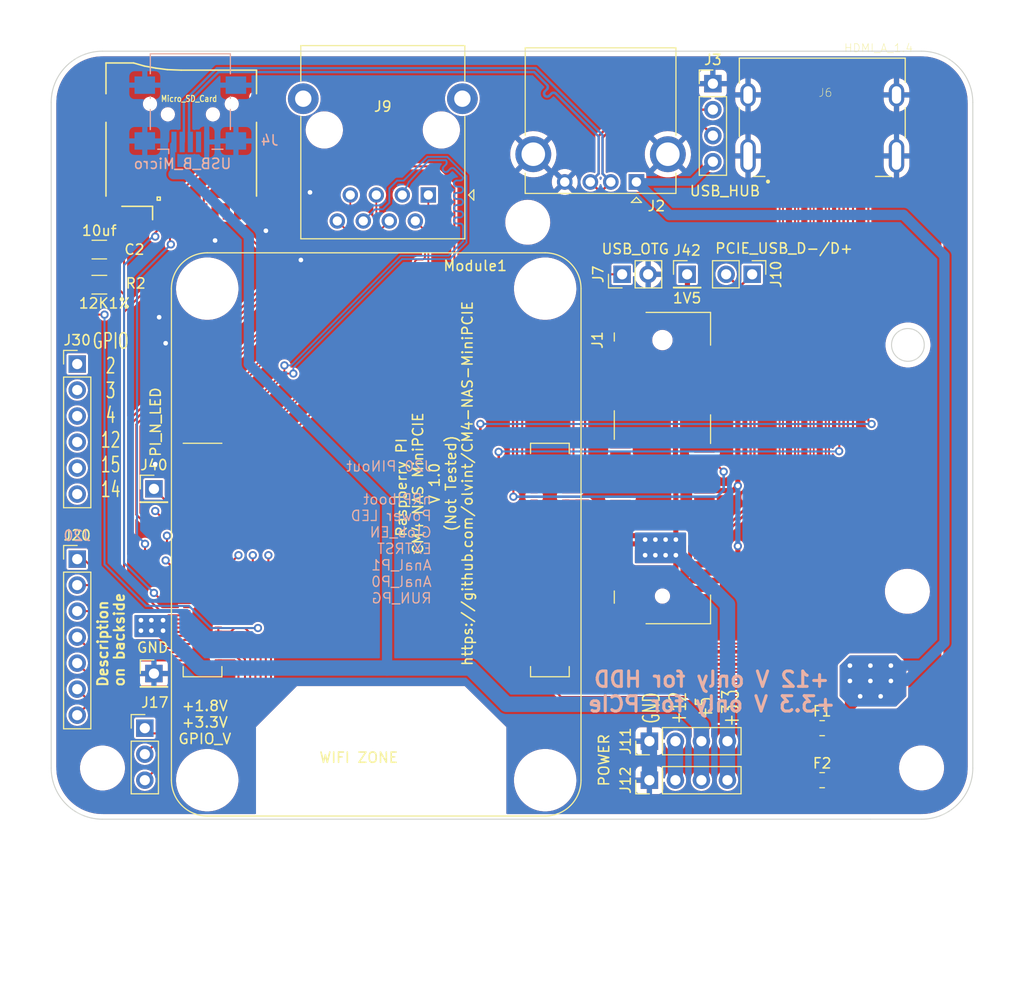
<source format=kicad_pcb>
(kicad_pcb (version 20201220) (generator pcbnew)
  (layers (0 "F.Cu" signal) (1 "In1.Cu" signal) (2 "In2.Cu" signal) (31 "B.Cu" signal) (34 "B.Paste" user) (35 "F.Paste" user) (36 "B.SilkS" user "B.Silkscreen") (37 "F.SilkS" user "F.Silkscreen") (38 "B.Mask" user) (39 "F.Mask" user) (44 "Edge.Cuts" user))
  (net 0 "")
  (net 1 "/Eth_P1_N")
  (net 2 "/Eth_P3_N")
  (net 3 "/Eth_P0_N")
  (net 4 "/Eth_P0_P")
  (net 5 "/Eth_P3_P")
  (net 6 "/Eth_P2_P")
  (net 7 "/Eth_P2_N")
  (net 8 "/Eth_P1_P")
  (net 9 "GND")
  (net 10 "/USB2_P")
  (net 11 "/USB2_N")
  (net 12 "+5V_USB")
  (net 13 "/HDMI0_TX2_P")
  (net 14 "/HDMI0_TX2_N")
  (net 15 "/HDMI0_TX1_P")
  (net 16 "/HDMI0_TX1_N")
  (net 17 "/HDMI0_TX0_P")
  (net 18 "/HDMI0_TX0_N")
  (net 19 "/HDMI0_CLK_P")
  (net 20 "/HDMI0_CLK_N")
  (net 21 "/HDMI0_CEC")
  (net 22 "/HDMI0_SCL")
  (net 23 "/HDMI0_SDA")
  (net 24 "+5V_HDMI")
  (net 25 "/HDMI0_HOTPLUG")
  (net 26 "3V3_PCIE")
  (net 27 "/PCIe_CLK_nREQ")
  (net 28 "/PCIe_CLK_P")
  (net 29 "/PCIe_CLK_N")
  (net 30 "/PCIe_nRST")
  (net 31 "/PCIe_RX_P")
  (net 32 "/PCIe_RX_N")
  (net 33 "/PCIe_TX_P")
  (net 34 "no_connect_116")
  (net 35 "/PCIe_TX_N")
  (net 36 "/PCIe_USB_D_N")
  (net 37 "/PCIe_USB_D_P")
  (net 38 "/USB_OTG_ID")
  (net 39 "/SD_CMD")
  (net 40 "/SD_DAT3")
  (net 41 "/SD_DAT2")
  (net 42 "+5V_USB_IN")
  (net 43 "/SD_CLK")
  (net 44 "/+12V_IN")
  (net 45 "/SD_DAT1")
  (net 46 "/SD_DAT0")
  (net 47 "RUN_PG")
  (net 48 "Analog_P0")
  (net 49 "Analog_P1")
  (net 50 "nEXTRST")
  (net 51 "Global_EN")
  (net 52 "nRPIBOOT")
  (net 53 "GPIO2")
  (net 54 "GPIO3")
  (net 55 "GPIO4")
  (net 56 "GPIO12")
  (net 57 "GPIO14")
  (net 58 "GPIO15")
  (net 59 "PI_N_LED")
  (net 60 "PI_POWER_LED")
  (net 61 "1V5_PCIE")
  (net 62 "GPIO_VREF")
  (net 63 "/SD_PWR_ON")
  (net 64 "3.3V_CM4")
  (net 65 "1.8V_CM4")
  (net 66 "no_connect_92")
  (net 67 "no_connect_101")
  (net 68 "no_connect_111")
  (net 69 "no_connect_113")
  (net 70 "no_connect_93")
  (net 71 "no_connect_94")
  (net 72 "no_connect_95")
  (net 73 "no_connect_96")
  (net 74 "no_connect_97")
  (net 75 "no_connect_98")
  (net 76 "no_connect_99")
  (net 77 "no_connect_100")
  (net 78 "no_connect_102")
  (net 79 "no_connect_103")
  (net 80 "no_connect_104")
  (net 81 "no_connect_105")
  (net 82 "no_connect_106")
  (net 83 "no_connect_107")
  (net 84 "no_connect_108")
  (net 85 "no_connect_109")
  (net 86 "no_connect_110")
  (net 87 "no_connect_112")
  (net 88 "no_connect_115")
  (net 89 "no_connect_117")
  (net 90 "no_connect_142")
  (net 91 "no_connect_148")
  (net 92 "no_connect_155")
  (net 93 "no_connect_159")
  (net 94 "no_connect_164")
  (net 95 "no_connect_169")
  (net 96 "Net-(Module1-Pad24)")
  (net 97 "Net-(Module1-Pad25)")
  (net 98 "Net-(Module1-Pad26)")
  (net 99 "Net-(Module1-Pad27)")
  (net 100 "Net-(Module1-Pad28)")
  (net 101 "Net-(Module1-Pad29)")
  (net 102 "Net-(Module1-Pad30)")
  (net 103 "Net-(Module1-Pad34)")
  (net 104 "Net-(Module1-Pad35)")
  (net 105 "Net-(Module1-Pad36)")
  (net 106 "Net-(Module1-Pad37)")
  (net 107 "Net-(Module1-Pad38)")
  (net 108 "Net-(Module1-Pad39)")
  (net 109 "Net-(Module1-Pad40)")
  (net 110 "Net-(Module1-Pad41)")
  (net 111 "Net-(Module1-Pad44)")
  (net 112 "Net-(Module1-Pad45)")
  (net 113 "Net-(Module1-Pad46)")
  (net 114 "Net-(Module1-Pad47)")
  (net 115 "Net-(Module1-Pad48)")
  (net 116 "Net-(Module1-Pad49)")
  (net 117 "Net-(Module1-Pad50)")
  (net 118 "/SD_DAT5")
  (net 119 "/SD_DAT4")
  (net 120 "/SD_DAT7")
  (net 121 "/SD_DAT6")
  (net 122 "no_connect_170")
  (net 123 "no_connect_171")
  (net 124 "no_connect_172")
  (net 125 "no_connect_118")
  (net 126 "no_connect_119")
  (net 127 "Net-(Module1-Pad111)")
  (net 128 "no_connect_120")
  (net 129 "no_connect_121")
  (net 130 "no_connect_122")
  (net 131 "no_connect_123")
  (net 132 "no_connect_124")
  (net 133 "no_connect_125")
  (net 134 "no_connect_126")
  (net 135 "no_connect_127")
  (net 136 "no_connect_128")
  (net 137 "no_connect_129")
  (net 138 "no_connect_130")
  (net 139 "no_connect_131")
  (net 140 "no_connect_132")
  (net 141 "no_connect_133")
  (net 142 "no_connect_134")
  (net 143 "no_connect_135")
  (net 144 "no_connect_136")
  (net 145 "no_connect_137")
  (net 146 "no_connect_138")
  (net 147 "no_connect_139")
  (net 148 "no_connect_140")
  (net 149 "no_connect_141")
  (net 150 "no_connect_143")
  (net 151 "no_connect_144")
  (net 152 "no_connect_145")
  (net 153 "no_connect_146")
  (net 154 "no_connect_147")
  (net 155 "no_connect_149")
  (net 156 "no_connect_150")
  (net 157 "no_connect_151")
  (net 158 "no_connect_152")
  (net 159 "no_connect_153")
  (net 160 "no_connect_154")
  (net 161 "no_connect_156")
  (net 162 "no_connect_157")
  (net 163 "no_connect_158")
  (net 164 "no_connect_160")
  (net 165 "no_connect_161")
  (net 166 "no_connect_162")
  (net 167 "no_connect_163")
  (net 168 "no_connect_165")
  (net 169 "no_connect_166")
  (net 170 "no_connect_167")
  (net 171 "no_connect_168")
  (net 172 "no_connect_114")
  (footprint "" (layer "F.Cu") (at 568.611978 342.744516)
    (fp_text reference "")
    (fp_text value "")
  )
  (footprint "Connector_PinHeader_2.54mm:PinHeader_1x04_P2.54mm_Vertical" (layer "F.Cu") (at 543.42 357.38 90)
    (fp_text reference "J11")
    (fp_text value "V_IN1")
  )
  (footprint "" (layer "F.Cu") (at 531.53639 306.705398)
    (fp_text reference "")
    (fp_text value "")
  )
  (footprint "Connector_PinHeader_2.54mm:PinHeader_1x01_P2.54mm_Vertical" (layer "F.Cu") (at 495.033 350.776)
    (fp_text reference "J41")
    (fp_text value "GND")
  )
  (footprint "Resistor_SMD:R_1206_3216Metric" (layer "F.Cu") (at 489.699 312.803)
    (fp_text reference "R2")
    (fp_text value "12K1%")
  )
  (footprint "Connector_PinHeader_2.54mm:PinHeader_1x02_P2.54mm_Vertical" (layer "F.Cu") (at 540.753 311.787 90)
    (fp_text reference "J7")
    (fp_text value "USB_OTG")
  )
  (footprint "Connector_PinHeader_2.54mm:PinHeader_1x06_P2.54mm_Vertical" (layer "F.Cu") (at 487.54 320.55)
    (fp_text reference "J30")
    (fp_text value "GPIO Connector")
  )
  (footprint "Connector_PCBEdge:BUS_PCI_Express_Mini_Half" (layer "F.Cu") (at 544.69 330.71 -90)
    (fp_text reference "J1")
    (fp_text value "Bus_PCI_Express_Mini")
  )
  (footprint "Connector_PinHeader_2.54mm:PinHeader_1x03_P2.54mm_Vertical" (layer "F.Cu") (at 494.144 356.11)
    (fp_text reference "J17")
    (fp_text value "GPIO_V")
  )
  (footprint "Connector_USB:USB_A_CONNFLY_DS1095-WNR0" (layer "F.Cu") (at 542.15 302.77 180)
    (fp_text reference "J2")
    (fp_text value "USB_A")
  )
  (footprint "SD:Conn_uSDcard" (layer "F.Cu") (at 497.7 295.15 180)
    (fp_text reference "J5")
    (fp_text value "Micro_SD_Card")
  )
  (footprint "Connector_PinHeader_2.54mm:PinHeader_1x04_P2.54mm_Vertical" (layer "F.Cu") (at 543.42 361.19 90)
    (fp_text reference "J12")
    (fp_text value "V_IN2")
  )
  (footprint "Capacitor_SMD:C_1206_3216Metric" (layer "F.Cu") (at 489.699 309.374 180)
    (fp_text reference "C2")
    (fp_text value "10uf")
  )
  (footprint "" (layer "F.Cu") (at 539.861908 381.437287)
    (fp_text reference "")
    (fp_text value "")
  )
  (footprint "CM4IO:Raspberry-Pi-4-Compute-Module" (layer "F.Cu") (at 500.24 361.19)
    (fp_text reference "Module1")
    (fp_text value "ComputeModule4-CM4")
  )
  (footprint "Connector_PinHeader_2.54mm:PinHeader_1x02_P2.54mm_Vertical" (layer "F.Cu") (at 553.453 311.787 -90)
    (fp_text reference "J10")
    (fp_text value "PCIE_USB_D-/D+")
  )
  (footprint "Resistor_SMD:R_0805_2012Metric" (layer "F.Cu") (at 560.2875 361.19)
    (fp_text reference "F2")
    (fp_text value "Polyfuse")
  )
  (footprint "" (layer "F.Cu") (at 568.668988 318.688478)
    (fp_text reference "")
    (fp_text value "")
  )
  (footprint "CM4IO:EDAC 690-019-298-412" (layer "F.Cu") (at 560.3 300.23 180)
    (fp_text reference "J6")
    (fp_text value "HDMI_A_1.4")
  )
  (footprint "" (layer "F.Cu") (at 490.008931 360.001035)
    (fp_text reference "")
    (fp_text value "")
  )
  (footprint "Resistor_SMD:R_0805_2012Metric" (layer "F.Cu") (at 560.2875 356.11)
    (fp_text reference "F1")
    (fp_text value "Polyfuse")
  )
  (footprint "Connector_PinHeader_2.54mm:PinHeader_1x01_P2.54mm_Vertical" (layer "F.Cu") (at 495.033 332.742)
    (fp_text reference "J40")
    (fp_text value "N_LED")
  )
  (footprint "" (layer "F.Cu") (at 569.996405 359.992041)
    (fp_text reference "")
    (fp_text value "")
  )
  (footprint "Connector_RJ:RJ45_Ninigi_GE" (layer "F.Cu") (at 521.83 304.04 180)
    (fp_text reference "J9")
    (fp_text value "RJ45")
  )
  (footprint "Connector_PinHeader_2.54mm:PinHeader_1x01_P2.54mm_Vertical" (layer "F.Cu") (at 547.103 311.787)
    (fp_text reference "J42")
    (fp_text value "1V5")
  )
  (footprint "Connector_PinHeader_2.54mm:PinHeader_1x07_P2.54mm_Vertical" (layer "F.Cu") (at 487.54 339.6)
    (fp_text reference "J20")
    (fp_text value "Controll Connector")
  )
  (footprint "Connector_PinHeader_2.54mm:PinHeader_1x04_P2.54mm_Vertical" (layer "F.Cu") (at 549.618992 293.168592)
    (fp_text reference "J3")
    (fp_text value "USB_HUB")
  )
  (footprint "Connector_USB:USB_Mini-B_Lumberg_2486_01_Horizontal" (layer "B.Cu") (at 498.589 296.166)
    (fp_text reference "J4")
    (fp_text value "USB_B_Micro")
  )
  (gr_arc (start 570 360) (end 570 365) (angle -90) (layer "Edge.Cuts") (width 0.1))
  (gr_line (start 565 365) (end 570 365) (layer "Edge.Cuts") (width 0.1))
  (gr_line (start 490 365) (end 565 365) (layer "Edge.Cuts") (width 0.1))
  (gr_arc (start 490 295) (end 485 295) (angle 90) (layer "Edge.Cuts") (width 0.1))
  (gr_line (start 485 360) (end 485 295) (layer "Edge.Cuts") (width 0.1))
  (gr_circle (center 568.6622 318.682923) (end 570.2622 318.682923) (layer "Edge.Cuts") (width 0.1) (fill none))
  (gr_line (start 575 360) (end 575 295) (layer "Edge.Cuts") (width 0.1))
  (gr_arc (start 570 295) (end 575 295) (angle -90) (layer "Edge.Cuts") (width 0.1))
  (gr_line (start 570 290) (end 490 290) (layer "Edge.Cuts") (width 0.1))
  (gr_arc (start 490 360) (end 485 360) (angle -90) (layer "Edge.Cuts") (width 0.1))
  (gr_text "J20 PINout\n\nnRPIboot\nPower LED\nGlob_EN\nEXTRST\nAnal_P1\nAnal_P0\nRUN_PG\n" (at 522.234026 336.982302) (layer "B.SilkS") (effects (font (size 1 1) (thickness 0.125)) (justify left mirror)))
  (gr_text "J20" (at 487.54 337.314) (layer "B.SilkS") (effects (font (size 1 1)) (justify mirror)))
  (gr_text "+12 V only for HDD\n+3.3 V only for PCIe" (at 549.5 352.554) (layer "B.SilkS") (effects (font (size 1.5 1.5) (thickness 0.3)) (justify mirror)))
  (gr_text "GPIO\n2\n3\n4\n12\n15\n14" (at 490.808398 325.551656) (layer "F.SilkS") (effects (font (size 1.5 1))))
  (gr_text "GND\n+12\n+5\n+3.3\n" (at 547.485569 354.142208 90) (layer "F.SilkS") (effects (font (size 1.6 1))))
  (gr_text "WIFI ZONE" (at 515.038213 358.985864) (layer "F.SilkS") (effects (font (size 1 1))))
  (gr_text "Description \non backside" (at 490.842 347.474 90) (layer "F.SilkS") (effects (font (size 1 1) (thickness 0.2))))
  (gr_text "POWER" (at 538.987399 359.235031 90) (layer "F.SilkS") (effects (font (size 1 1))))
  (gr_text "Raspberry PI \nCM4 NAS MiniPCIE\nV 1.0\n(Not Tested)\nhttps://github.com/olvint/CM4-NAS-MiniPCIE" (at 522.42999 332.211927 90) (layer "F.SilkS") (effects (font (size 1 1))))
  (gr_text "+1.8V\n+3.3V\nGPIO_V" (at 500.003682 355.544163) (layer "F.SilkS") (effects (font (size 1 1))))
  (gr_text "PI_N_LED\n" (at 495.199336 326.215736 90) (layer "F.SilkS") (effects (font (size 1 1))))
  (gr_text "GND" (at 494.906 348.236) (layer "F.SilkS") (effects (font (size 1 1))))
  (segment (start 508.006726 321.480165) (end 508.644848 321.480165) (width 0.175006) (layer "F.Cu") (net 1))
  (segment (start 504.213703 325.273188) (end 508.006726 321.480165) (width 0.175006) (layer "F.Cu") (net 1))
  (segment (start 502.836297 330.653703) (end 504.213703 329.276297) (width 0.175006) (layer "F.Cu") (net 1))
  (segment (start 504.213703 329.276297) (end 504.213703 325.273188) (width 0.175006) (layer "F.Cu") (net 1))
  (segment (start 501.32 330.69) (end 501.356297 330.653703) (width 0.175006) (layer "F.Cu") (net 1))
  (segment (start 501.356297 330.653703) (end 502.836297 330.653703) (width 0.175006) (layer "F.Cu") (net 1))
  (via (at 508.644848 321.480165) (size 0.8) (drill 0.45) (layers "F.Cu" "B.Cu") (net 1))
  (segment (start 517.385 305.437) (end 518.02 304.802) (width 0.175006) (layer "B.Cu") (net 1))
  (segment (start 515.48 306.58) (end 516.623 305.437) (width 0.175006) (layer "B.Cu") (net 1))
  (segment (start 525.549703 302.194191) (end 523.675809 300.320297) (width 0.175006) (layer "B.Cu") (net 1))
  (segment (start 518.782 302.643) (end 518.02 303.405) (width 0.175006) (layer "B.Cu") (net 1))
  (segment (start 508.644848 321.480165) (end 508.644848 320.913594) (width 0.175006) (layer "B.Cu") (net 1))
  (segment (start 525.549703 308.679809) (end 525.549703 302.194191) (width 0.175006) (layer "B.Cu") (net 1))
  (segment (start 523.675809 300.320297) (end 521.739703 300.320297) (width 0.175006) (layer "B.Cu") (net 1))
  (segment (start 523.929809 310.299703) (end 525.549703 308.679809) (width 0.175006) (layer "B.Cu") (net 1))
  (segment (start 521.739703 300.320297) (end 519.417 302.643) (width 0.175006) (layer "B.Cu") (net 1))
  (segment (start 519.417 302.643) (end 518.782 302.643) (width 0.175006) (layer "B.Cu") (net 1))
  (segment (start 519.258739 310.299703) (end 523.929809 310.299703) (width 0.175006) (layer "B.Cu") (net 1))
  (segment (start 508.644848 320.913594) (end 519.258739 310.299703) (width 0.175006) (layer "B.Cu") (net 1))
  (segment (start 516.623 305.437) (end 517.385 305.437) (width 0.175006) (layer "B.Cu") (net 1))
  (segment (start 518.02 304.802) (end 518.02 303.405) (width 0.175006) (layer "B.Cu") (net 1))
  (segment (start 512.036356 310.170205) (end 512.079686 310.213535) (width 0.175006) (layer "F.Cu") (net 2))
  (segment (start 512.798902 309.143134) (end 512.813851 309.208628) (width 0.175006) (layer "F.Cu") (net 2))
  (segment (start 512.617 309.860304) (end 512.556474 309.831157) (width 0.175006) (layer "F.Cu") (net 2))
  (segment (start 512.928216 309.789272) (end 512.875693 309.831157) (width 0.175006) (layer "F.Cu") (net 2))
  (segment (start 496.647297 326.070191) (end 496.647297 330.165297) (width 0.175006) (layer "F.Cu") (net 2))
  (segment (start 513.724221 308.982629) (end 513.663695 309.011776) (width 0.175006) (layer "F.Cu") (net 2))
  (segment (start 513.063426 308.811431) (end 512.997932 308.82638) (width 0.175006) (layer "F.Cu") (net 2))
  (segment (start 512.999247 309.478056) (end 513.014196 309.54355) (width 0.175006) (layer "F.Cu") (net 2))
  (segment (start 511.950374 309.991662) (end 511.965323 310.057156) (width 0.175006) (layer "F.Cu") (net 2))
  (segment (start 512.503951 309.789272) (end 512.46062 309.745941) (width 0.175006) (layer "F.Cu") (net 2))
  (segment (start 513.130605 308.811431) (end 513.063426 308.811431) (width 0.175006) (layer "F.Cu") (net 2))
  (segment (start 497.135703 330.653703) (end 498.203703 330.653703) (width 0.175006) (layer "F.Cu") (net 2))
  (segment (start 512.798902 309.075955) (end 512.798902 309.143134) (width 0.175006) (layer "F.Cu") (net 2))
  (segment (start 512.556474 309.831157) (end 512.503951 309.789272) (width 0.175006) (layer "F.Cu") (net 2))
  (segment (start 512.46062 309.745941) (end 512.408097 309.704055) (width 0.175006) (layer "F.Cu") (net 2))
  (segment (start 512.815167 309.860304) (end 512.749673 309.875253) (width 0.175006) (layer "F.Cu") (net 2))
  (segment (start 513.014196 309.610729) (end 512.999247 309.676223) (width 0.175006) (layer "F.Cu") (net 2))
  (segment (start 512.94 306.58) (end 513.882594 307.522594) (width 0.175006) (layer "F.Cu") (net 2))
  (segment (start 513.256625 308.855527) (end 513.196099 308.82638) (width 0.175006) (layer "F.Cu") (net 2))
  (segment (start 512.884884 309.321677) (end 512.928214 309.365007) (width 0.175006) (layer "F.Cu") (net 2))
  (segment (start 511.950374 309.924483) (end 511.950374 309.991662) (width 0.175006) (layer "F.Cu") (net 2))
  (segment (start 513.882594 307.522594) (end 513.882594 308.834894) (width 0.175006) (layer "F.Cu") (net 2))
  (segment (start 512.9701 309.736749) (end 512.928216 309.789272) (width 0.175006) (layer "F.Cu") (net 2))
  (segment (start 512.165668 310.459257) (end 512.150719 310.524751) (width 0.175006) (layer "F.Cu") (net 2))
  (segment (start 513.405002 308.982629) (end 513.352479 308.940744) (width 0.175006) (layer "F.Cu") (net 2))
  (segment (start 496.647297 330.165297) (end 497.135703 330.653703) (width 0.175006) (layer "F.Cu") (net 2))
  (segment (start 513.776744 308.940744) (end 513.724221 308.982629) (width 0.175006) (layer "F.Cu") (net 2))
  (segment (start 512.884884 308.897413) (end 512.842998 308.949935) (width 0.175006) (layer "F.Cu") (net 2))
  (segment (start 512.214898 309.659959) (end 512.149404 309.674908) (width 0.175006) (layer "F.Cu") (net 2))
  (segment (start 512.036356 309.745941) (end 511.99447 309.798463) (width 0.175006) (layer "F.Cu") (net 2))
  (segment (start 512.682494 309.875253) (end 512.617 309.860304) (width 0.175006) (layer "F.Cu") (net 2))
  (segment (start 512.997932 308.82638) (end 512.937406 308.855527) (width 0.175006) (layer "F.Cu") (net 2))
  (segment (start 498.203703 330.653703) (end 498.24 330.69) (width 0.175006) (layer "F.Cu") (net 2))
  (segment (start 512.165668 310.392078) (end 512.165668 310.459257) (width 0.175006) (layer "F.Cu") (net 2))
  (segment (start 512.121572 310.266058) (end 512.150719 310.326584) (width 0.175006) (layer "F.Cu") (net 2))
  (segment (start 512.842998 308.949935) (end 512.813851 309.010461) (width 0.175006) (layer "F.Cu") (net 2))
  (segment (start 513.352479 308.940744) (end 513.309148 308.897413) (width 0.175006) (layer "F.Cu") (net 2))
  (segment (start 512.282077 309.659959) (end 512.214898 309.659959) (width 0.175006) (layer "F.Cu") (net 2))
  (segment (start 511.973623 310.743865) (end 496.647297 326.070191) (width 0.175006) (layer "F.Cu") (net 2))
  (segment (start 512.875693 309.831157) (end 512.815167 309.860304) (width 0.175006) (layer "F.Cu") (net 2))
  (segment (start 512.842998 309.269154) (end 512.884884 309.321677) (width 0.175006) (layer "F.Cu") (net 2))
  (segment (start 512.079686 310.213535) (end 512.121572 310.266058) (width 0.175006) (layer "F.Cu") (net 2))
  (segment (start 512.150719 310.524751) (end 512.121572 310.585277) (width 0.175006) (layer "F.Cu") (net 2))
  (segment (start 513.531022 309.026725) (end 513.465528 309.011776) (width 0.175006) (layer "F.Cu") (net 2))
  (segment (start 512.150719 310.326584) (end 512.165668 310.392078) (width 0.175006) (layer "F.Cu") (net 2))
  (segment (start 512.408097 309.704055) (end 512.347571 309.674908) (width 0.175006) (layer "F.Cu") (net 2))
  (segment (start 512.088878 309.704055) (end 512.036356 309.745941) (width 0.175006) (layer "F.Cu") (net 2))
  (segment (start 513.014196 309.54355) (end 513.014196 309.610729) (width 0.175006) (layer "F.Cu") (net 2))
  (segment (start 512.9701 309.41753) (end 512.999247 309.478056) (width 0.175006) (layer "F.Cu") (net 2))
  (segment (start 512.937406 308.855527) (end 512.884884 308.897413) (width 0.175006) (layer "F.Cu") (net 2))
  (segment (start 513.598201 309.026725) (end 513.531022 309.026725) (width 0.175006) (layer "F.Cu") (net 2))
  (segment (start 512.149404 309.674908) (end 512.088878 309.704055) (width 0.175006) (layer "F.Cu") (net 2))
  (segment (start 511.965323 310.057156) (end 511.99447 310.117682) (width 0.175006) (layer "F.Cu") (net 2))
  (segment (start 512.347571 309.674908) (end 512.282077 309.659959) (width 0.175006) (layer "F.Cu") (net 2))
  (segment (start 513.465528 309.011776) (end 513.405002 308.982629) (width 0.175006) (layer "F.Cu") (net 2))
  (segment (start 513.309148 308.897413) (end 513.256625 308.855527) (width 0.175006) (layer "F.Cu") (net 2))
  (segment (start 513.882594 308.834894) (end 513.776744 308.940744) (width 0.175006) (layer "F.Cu") (net 2))
  (segment (start 512.999247 309.676223) (end 512.9701 309.736749) (width 0.175006) (layer "F.Cu") (net 2))
  (segment (start 511.99447 309.798463) (end 511.965323 309.858989) (width 0.175006) (layer "F.Cu") (net 2))
  (segment (start 512.749673 309.875253) (end 512.682494 309.875253) (width 0.175006) (layer "F.Cu") (net 2))
  (segment (start 513.196099 308.82638) (end 513.130605 308.811431) (width 0.175006) (layer "F.Cu") (net 2))
  (segment (start 511.99447 310.117682) (end 512.036356 310.170205) (width 0.175006) (layer "F.Cu") (net 2))
  (segment (start 511.965323 309.858989) (end 511.950374 309.924483) (width 0.175006) (layer "F.Cu") (net 2))
  (segment (start 512.813851 309.010461) (end 512.798902 309.075955) (width 0.175006) (layer "F.Cu") (net 2))
  (segment (start 512.121572 310.585277) (end 512.079687 310.6378) (width 0.175006) (layer "F.Cu") (net 2))
  (segment (start 512.079687 310.6378) (end 511.973623 310.743865) (width 0.175006) (layer "F.Cu") (net 2))
  (segment (start 512.813851 309.208628) (end 512.842998 309.269154) (width 0.175006) (layer "F.Cu") (net 2))
  (segment (start 513.663695 309.011776) (end 513.598201 309.026725) (width 0.175006) (layer "F.Cu") (net 2))
  (segment (start 512.928214 309.365007) (end 512.9701 309.41753) (width 0.175006) (layer "F.Cu") (net 2))
  (segment (start 504.991716 328.959237) (end 504.955975 328.902356) (width 0.175006) (layer "F.Cu") (net 3))
  (segment (start 505.491297 329.072191) (end 505.226265 329.072191) (width 0.175006) (layer "F.Cu") (net 3))
  (segment (start 521.502594 311.247894) (end 521.495073 311.181137) (width 0.175006) (layer "F.Cu") (net 3))
  (segment (start 505.558054 329.079712) (end 505.491297 329.072191) (width 0.175006) (layer "F.Cu") (net 3))
  (segment (start 504.933787 328.705434) (end 504.955975 328.642025) (width 0.175006) (layer "F.Cu") (net 3))
  (segment (start 521.202594 310.347894) (end 521.269351 310.340372) (width 0.175006) (layer "F.Cu") (net 3))
  (segment (start 521.202594 310.947894) (end 520.802594 310.947894) (width 0.175006) (layer "F.Cu") (net 3))
  (segment (start 504.955975 328.642025) (end 504.991716 328.585144) (width 0.175006) (layer "F.Cu") (net 3))
  (segment (start 505.159509 329.064669) (end 505.0961 329.042481) (width 0.175006) (layer "F.Cu") (net 3))
  (segment (start 520.510116 310.71465) (end 520.502594 310.647894) (width 0.175006) (layer "F.Cu") (net 3))
  (segment (start 521.269351 310.955415) (end 521.202594 310.947894) (width 0.175006) (layer "F.Cu") (net 3))
  (segment (start 520.502594 310.647894) (end 520.510116 310.581137) (width 0.175006) (layer "F.Cu") (net 3))
  (segment (start 505.791297 329.372191) (end 505.783776 329.305434) (width 0.175006) (layer "F.Cu") (net 3))
  (segment (start 505.791297 326.959191) (end 521.502594 311.247894) (width 0.175006) (layer "F.Cu") (net 3))
  (segment (start 505.725847 328.359237) (end 505.761588 328.302356) (width 0.175006) (layer "F.Cu") (net 3))
  (segment (start 505.491297 328.472191) (end 505.558054 328.464669) (width 0.175006) (layer "F.Cu") (net 3))
  (segment (start 521.472885 310.178059) (end 521.495073 310.11465) (width 0.175006) (layer "F.Cu") (net 3))
  (segment (start 521.437144 310.23494) (end 521.472885 310.178059) (width 0.175006) (layer "F.Cu") (net 3))
  (segment (start 521.389641 311.013344) (end 521.33276 310.977603) (width 0.175006) (layer "F.Cu") (net 3))
  (segment (start 521.495073 311.181137) (end 521.472885 311.117728) (width 0.175006) (layer "F.Cu") (net 3))
  (segment (start 520.568045 310.460847) (end 520.615548 310.413344) (width 0.175006) (layer "F.Cu") (net 3))
  (segment (start 505.621463 328.442481) (end 505.678344 328.40674) (width 0.175006) (layer "F.Cu") (net 3))
  (segment (start 521.502594 307.522594) (end 520.56 306.58) (width 0.175006) (layer "F.Cu") (net 3))
  (segment (start 504.926265 328.772191) (end 504.933787 328.705434) (width 0.175006) (layer "F.Cu") (net 3))
  (segment (start 505.0961 328.5019) (end 505.159509 328.479712) (width 0.175006) (layer "F.Cu") (net 3))
  (segment (start 505.783776 328.238947) (end 505.791297 328.172191) (width 0.175006) (layer "F.Cu") (net 3))
  (segment (start 505.039219 328.537641) (end 505.0961 328.5019) (width 0.175006) (layer "F.Cu") (net 3))
  (segment (start 504.955975 328.902356) (end 504.933787 328.838947) (width 0.175006) (layer "F.Cu") (net 3))
  (segment (start 505.226265 329.072191) (end 505.159509 329.064669) (width 0.175006) (layer "F.Cu") (net 3))
  (segment (start 501.32 331.49) (end 501.356297 331.526297) (width 0.175006) (layer "F.Cu") (net 3))
  (segment (start 520.735838 310.940372) (end 520.672429 310.918184) (width 0.175006) (layer "F.Cu") (net 3))
  (segment (start 505.678344 328.40674) (end 505.725847 328.359237) (width 0.175006) (layer "F.Cu") (net 3))
  (segment (start 503.637191 331.526297) (end 505.791297 329.372191) (width 0.175006) (layer "F.Cu") (net 3))
  (segment (start 505.039219 329.00674) (end 504.991716 328.959237) (width 0.175006) (layer "F.Cu") (net 3))
  (segment (start 520.510116 310.581137) (end 520.532304 310.517728) (width 0.175006) (layer "F.Cu") (net 3))
  (segment (start 521.472885 311.117728) (end 521.437144 311.060847) (width 0.175006) (layer "F.Cu") (net 3))
  (segment (start 520.532304 310.517728) (end 520.568045 310.460847) (width 0.175006) (layer "F.Cu") (net 3))
  (segment (start 521.269351 310.340372) (end 521.33276 310.318184) (width 0.175006) (layer "F.Cu") (net 3))
  (segment (start 505.226265 328.472191) (end 505.491297 328.472191) (width 0.175006) (layer "F.Cu") (net 3))
  (segment (start 520.615548 310.413344) (end 520.672429 310.377603) (width 0.175006) (layer "F.Cu") (net 3))
  (segment (start 505.678344 329.137641) (end 505.621463 329.1019) (width 0.175006) (layer "F.Cu") (net 3))
  (segment (start 521.389641 310.282443) (end 521.437144 310.23494) (width 0.175006) (layer "F.Cu") (net 3))
  (segment (start 505.761588 328.302356) (end 505.783776 328.238947) (width 0.175006) (layer "F.Cu") (net 3))
  (segment (start 520.802594 310.947894) (end 520.735838 310.940372) (width 0.175006) (layer "F.Cu") (net 3))
  (segment (start 505.0961 329.042481) (end 505.039219 329.00674) (width 0.175006) (layer "F.Cu") (net 3))
  (segment (start 521.502594 310.047894) (end 521.502594 307.522594) (width 0.175006) (layer "F.Cu") (net 3))
  (segment (start 505.621463 329.1019) (end 505.558054 329.079712) (width 0.175006) (layer "F.Cu") (net 3))
  (segment (start 504.933787 328.838947) (end 504.926265 328.772191) (width 0.175006) (layer "F.Cu") (net 3))
  (segment (start 505.159509 328.479712) (end 505.226265 328.472191) (width 0.175006) (layer "F.Cu") (net 3))
  (segment (start 521.495073 310.11465) (end 521.502594 310.047894) (width 0.175006) (layer "F.Cu") (net 3))
  (segment (start 521.33276 310.318184) (end 521.389641 310.282443) (width 0.175006) (layer "F.Cu") (net 3))
  (segment (start 501.356297 331.526297) (end 503.637191 331.526297) (width 0.175006) (layer "F.Cu") (net 3))
  (segment (start 520.735838 310.355415) (end 520.802594 310.347894) (width 0.175006) (layer "F.Cu") (net 3))
  (segment (start 520.532304 310.778059) (end 520.510116 310.71465) (width 0.175006) (layer "F.Cu") (net 3))
  (segment (start 520.615548 310.882443) (end 520.568045 310.83494) (width 0.175006) (layer "F.Cu") (net 3))
  (segment (start 504.991716 328.585144) (end 505.039219 328.537641) (width 0.175006) (layer "F.Cu") (net 3))
  (segment (start 505.783776 329.305434) (end 505.761588 329.242025) (width 0.175006) (layer "F.Cu") (net 3))
  (segment (start 521.33276 310.977603) (end 521.269351 310.955415) (width 0.175006) (layer "F.Cu") (net 3))
  (segment (start 520.672429 310.918184) (end 520.615548 310.882443) (width 0.175006) (layer "F.Cu") (net 3))
  (segment (start 520.672429 310.377603) (end 520.735838 310.355415) (width 0.175006) (layer "F.Cu") (net 3))
  (segment (start 520.802594 310.347894) (end 521.202594 310.347894) (width 0.175006) (layer "F.Cu") (net 3))
  (segment (start 505.725847 329.185144) (end 505.678344 329.137641) (width 0.175006) (layer "F.Cu") (net 3))
  (segment (start 521.437144 311.060847) (end 521.389641 311.013344) (width 0.175006) (layer "F.Cu") (net 3))
  (segment (start 505.558054 328.464669) (end 505.621463 328.442481) (width 0.175006) (layer "F.Cu") (net 3))
  (segment (start 505.791297 328.172191) (end 505.791297 326.959191) (width 0.175006) (layer "F.Cu") (net 3))
  (segment (start 505.761588 329.242025) (end 505.725847 329.185144) (width 0.175006) (layer "F.Cu") (net 3))
  (segment (start 520.568045 310.83494) (end 520.532304 310.778059) (width 0.175006) (layer "F.Cu") (net 3))
  (segment (start 501.356297 331.853703) (end 503.772809 331.853703) (width 0.175006) (layer "F.Cu") (net 4))
  (segment (start 506.118703 327.094809) (end 521.83 311.383512) (width 0.175006) (layer "F.Cu") (net 4))
  (segment (start 521.83 311.383512) (end 521.83 307.522594) (width 0.175006) (layer "F.Cu") (net 4))
  (segment (start 521.83 307.522594) (end 521.83 304.04) (width 0.175006) (layer "F.Cu") (net 4))
  (segment (start 501.32 331.89) (end 501.356297 331.853703) (width 0.175006) (layer "F.Cu") (net 4))
  (segment (start 506.118703 329.507809) (end 506.118703 327.094809) (width 0.175006) (layer "F.Cu") (net 4))
  (segment (start 503.772809 331.853703) (end 506.118703 329.507809) (width 0.175006) (layer "F.Cu") (net 4))
  (segment (start 514.21 308.970512) (end 514.21 307.522594) (width 0.175006) (layer "F.Cu") (net 5))
  (segment (start 496.974703 326.205809) (end 514.21 308.970512) (width 0.175006) (layer "F.Cu") (net 5))
  (segment (start 498.203703 330.326297) (end 497.316297 330.326297) (width 0.175006) (layer "F.Cu") (net 5))
  (segment (start 497.316297 330.326297) (end 496.974703 329.984703) (width 0.175006) (layer "F.Cu") (net 5))
  (segment (start 496.974703 329.984703) (end 496.974703 326.205809) (width 0.175006) (layer "F.Cu") (net 5))
  (segment (start 514.21 307.522594) (end 514.21 304.04) (width 0.175006) (layer "F.Cu") (net 5))
  (segment (start 498.24 330.29) (end 498.203703 330.326297) (width 0.175006) (layer "F.Cu") (net 5))
  (segment (start 515.941772 310.252304) (end 515.876277 310.267253) (width 0.175006) (layer "F.Cu") (net 6))
  (segment (start 515.225918 311.11578) (end 515.160423 311.100831) (width 0.175006) (layer "F.Cu") (net 6))
  (segment (start 515.160423 311.100831) (end 515.093245 311.100831) (width 0.175006) (layer "F.Cu") (net 6))
  (segment (start 516.134971 310.296401) (end 516.074445 310.267253) (width 0.175006) (layer "F.Cu") (net 6))
  (segment (start 516.540725 309.602804) (end 516.525775 309.668299) (width 0.175006) (layer "F.Cu") (net 6))
  (segment (start 500.276703 325.824809) (end 500.276703 330.777809) (width 0.175006) (layer "F.Cu") (net 6))
  (segment (start 516.569871 309.542279) (end 516.540725 309.602804) (width 0.175006) (layer "F.Cu") (net 6))
  (segment (start 516.569872 309.861497) (end 516.611757 309.91402) (width 0.175006) (layer "F.Cu") (net 6))
  (segment (start 516.525775 309.668299) (end 516.525776 309.735477) (width 0.175006) (layer "F.Cu") (net 6))
  (segment (start 515.806562 310.805879) (end 515.848446 310.858402) (width 0.175006) (layer "F.Cu") (net 6))
  (segment (start 515.763229 310.338284) (end 515.763229 310.338283) (width 0.175006) (layer "F.Cu") (net 6))
  (segment (start 516.655089 310.381616) (end 516.602567 310.423502) (width 0.175006) (layer "F.Cu") (net 6))
  (segment (start 515.677249 310.584004) (end 515.692197 310.649499) (width 0.175006) (layer "F.Cu") (net 6))
  (segment (start 518.02 306.58) (end 517.077406 307.522594) (width 0.175006) (layer "F.Cu") (net 6))
  (segment (start 515.692197 310.649499) (end 515.721345 310.710024) (width 0.175006) (layer "F.Cu") (net 6))
  (segment (start 515.76323 310.762547) (end 515.806562 310.805879) (width 0.175006) (layer "F.Cu") (net 6))
  (segment (start 516.655089 309.957352) (end 516.696973 310.009875) (width 0.175006) (layer "F.Cu") (net 6))
  (segment (start 515.677248 310.516826) (end 515.677249 310.584004) (width 0.175006) (layer "F.Cu") (net 6))
  (segment (start 516.283347 310.423503) (end 516.230825 310.381616) (width 0.175006) (layer "F.Cu") (net 6))
  (segment (start 516.611756 309.489756) (end 516.569871 309.542279) (width 0.175006) (layer "F.Cu") (net 6))
  (segment (start 516.409367 310.467599) (end 516.343874 310.452649) (width 0.175006) (layer "F.Cu") (net 6))
  (segment (start 500.276703 330.777809) (end 499.200809 331.853703) (width 0.175006) (layer "F.Cu") (net 6))
  (segment (start 515.43482 311.27203) (end 515.382298 311.230143) (width 0.175006) (layer "F.Cu") (net 6))
  (segment (start 514.914702 311.186811) (end 514.808637 311.292875) (width 0.175006) (layer "F.Cu") (net 6))
  (segment (start 516.74107 310.203074) (end 516.726121 310.268569) (width 0.175006) (layer "F.Cu") (net 6))
  (segment (start 515.495347 311.301176) (end 515.43482 311.27203) (width 0.175006) (layer "F.Cu") (net 6))
  (segment (start 515.848446 310.858402) (end 515.877594 310.918928) (width 0.175006) (layer "F.Cu") (net 6))
  (segment (start 516.525776 309.735477) (end 516.540724 309.800972) (width 0.175006) (layer "F.Cu") (net 6))
  (segment (start 515.721344 310.390806) (end 515.692198 310.451331) (width 0.175006) (layer "F.Cu") (net 6))
  (segment (start 515.02775 311.11578) (end 514.967224 311.144928) (width 0.175006) (layer "F.Cu") (net 6))
  (segment (start 515.693513 311.301177) (end 515.62802 311.316125) (width 0.175006) (layer "F.Cu") (net 6))
  (segment (start 516.602567 310.423502) (end 516.54204 310.45265) (width 0.175006) (layer "F.Cu") (net 6))
  (segment (start 516.696973 310.009875) (end 516.726121 310.070401) (width 0.175006) (layer "F.Cu") (net 6))
  (segment (start 515.692198 310.451331) (end 515.677248 310.516826) (width 0.175006) (layer "F.Cu") (net 6))
  (segment (start 516.540724 309.800972) (end 516.569872 309.861497) (width 0.175006) (layer "F.Cu") (net 6))
  (segment (start 515.75404 311.272029) (end 515.693513 311.301177) (width 0.175006) (layer "F.Cu") (net 6))
  (segment (start 516.611757 309.91402) (end 516.655089 309.957352) (width 0.175006) (layer "F.Cu") (net 6))
  (segment (start 516.343874 310.452649) (end 516.283347 310.423503) (width 0.175006) (layer "F.Cu") (net 6))
  (segment (start 517.077406 309.024106) (end 516.611756 309.489756) (width 0.175006) (layer "F.Cu") (net 6))
  (segment (start 516.074445 310.267253) (end 516.00895 310.252304) (width 0.175006) (layer "F.Cu") (net 6))
  (segment (start 516.726121 310.268569) (end 516.696973 310.329095) (width 0.175006) (layer "F.Cu") (net 6))
  (segment (start 515.876277 310.267253) (end 515.815751 310.296401) (width 0.175006) (layer "F.Cu") (net 6))
  (segment (start 516.74107 310.135896) (end 516.74107 310.203074) (width 0.175006) (layer "F.Cu") (net 6))
  (segment (start 517.077406 307.522594) (end 517.077406 309.024106) (width 0.175006) (layer "F.Cu") (net 6))
  (segment (start 515.892543 310.984423) (end 515.892543 311.051601) (width 0.175006) (layer "F.Cu") (net 6))
  (segment (start 515.892543 311.051601) (end 515.877594 311.117096) (width 0.175006) (layer "F.Cu") (net 6))
  (segment (start 516.00895 310.252304) (end 515.941772 310.252304) (width 0.175006) (layer "F.Cu") (net 6))
  (segment (start 515.877594 311.117096) (end 515.848446 311.177622) (width 0.175006) (layer "F.Cu") (net 6))
  (segment (start 516.187494 310.338285) (end 516.134971 310.296401) (width 0.175006) (layer "F.Cu") (net 6))
  (segment (start 515.806562 311.230143) (end 515.75404 311.272029) (width 0.175006) (layer "F.Cu") (net 6))
  (segment (start 499.200809 331.853703) (end 498.276297 331.853703) (width 0.175006) (layer "F.Cu") (net 6))
  (segment (start 515.848446 311.177622) (end 515.806562 311.230143) (width 0.175006) (layer "F.Cu") (net 6))
  (segment (start 516.54204 310.45265) (end 516.476547 310.467598) (width 0.175006) (layer "F.Cu") (net 6))
  (segment (start 516.476547 310.467598) (end 516.409367 310.467599) (width 0.175006) (layer "F.Cu") (net 6))
  (segment (start 516.726121 310.070401) (end 516.74107 310.135896) (width 0.175006) (layer "F.Cu") (net 6))
  (segment (start 514.967224 311.144928) (end 514.914702 311.186811) (width 0.175006) (layer "F.Cu") (net 6))
  (segment (start 515.093245 311.100831) (end 515.02775 311.11578) (width 0.175006) (layer "F.Cu") (net 6))
  (segment (start 515.338967 311.186812) (end 515.286444 311.144928) (width 0.175006) (layer "F.Cu") (net 6))
  (segment (start 516.696973 310.329095) (end 516.655089 310.381616) (width 0.175006) (layer "F.Cu") (net 6))
  (segment (start 514.808637 311.292875) (end 500.276703 325.824809) (width 0.175006) (layer "F.Cu") (net 6))
  (segment (start 515.286444 311.144928) (end 515.225918 311.11578) (width 0.175006) (layer "F.Cu") (net 6))
  (segment (start 516.230825 310.381616) (end 516.187494 310.338285) (width 0.175006) (layer "F.Cu") (net 6))
  (segment (start 515.62802 311.316125) (end 515.56084 311.316126) (width 0.175006) (layer "F.Cu") (net 6))
  (segment (start 515.763229 310.338283) (end 515.721344 310.390806) (width 0.175006) (layer "F.Cu") (net 6))
  (segment (start 515.721345 310.710024) (end 515.76323 310.762547) (width 0.175006) (layer "F.Cu") (net 6))
  (segment (start 515.877594 310.918928) (end 515.892543 310.984423) (width 0.175006) (layer "F.Cu") (net 6))
  (segment (start 515.382298 311.230143) (end 515.338967 311.186812) (width 0.175006) (layer "F.Cu") (net 6))
  (segment (start 498.276297 331.853703) (end 498.24 331.89) (width 0.175006) (layer "F.Cu") (net 6))
  (segment (start 515.815751 310.296401) (end 515.763229 310.338284) (width 0.175006) (layer "F.Cu") (net 6))
  (segment (start 515.56084 311.316126) (end 515.495347 311.301176) (width 0.175006) (layer "F.Cu") (net 6))
  (segment (start 498.276297 331.526297) (end 498.24 331.49) (width 0.175006) (layer "F.Cu") (net 7))
  (segment (start 499.949297 330.642191) (end 499.065191 331.526297) (width 0.175006) (layer "F.Cu") (net 7))
  (segment (start 499.065191 331.526297) (end 498.276297 331.526297) (width 0.175006) (layer "F.Cu") (net 7))
  (segment (start 516.75 304.04) (end 516.75 308.888488) (width 0.175006) (layer "F.Cu") (net 7))
  (segment (start 499.949297 325.689191) (end 516.75 308.888488) (width 0.175006) (layer "F.Cu") (net 7))
  (segment (start 499.949297 325.689191) (end 499.949297 330.642191) (width 0.175006) (layer "F.Cu") (net 7))
  (segment (start 501.32 330.29) (end 501.356297 330.326297) (width 0.175006) (layer "F.Cu") (net 8))
  (segment (start 501.356297 330.326297) (end 502.700667 330.326297) (width 0.175006) (layer "F.Cu") (net 8))
  (segment (start 507.775214 321.248653) (end 507.775214 320.682082) (width 0.175006) (layer "F.Cu") (net 8))
  (segment (start 503.886297 325.13757) (end 507.775214 321.248653) (width 0.175006) (layer "F.Cu") (net 8))
  (segment (start 502.700667 330.326297) (end 503.886297 329.140667) (width 0.175006) (layer "F.Cu") (net 8))
  (segment (start 503.886297 329.140667) (end 503.886297 325.13757) (width 0.175006) (layer "F.Cu") (net 8))
  (via (at 507.775214 320.682082) (size 0.8) (drill 0.45) (layers "F.Cu" "B.Cu") (net 8))
  (segment (start 524.327483 306.596565) (end 524.349671 306.659974) (width 0.175006) (layer "B.Cu") (net 8))
  (segment (start 524.489796 303.859518) (end 524.432915 303.895259) (width 0.175006) (layer "B.Cu") (net 8))
  (segment (start 524.619962 305.629809) (end 524.922297 305.629809) (width 0.175006) (layer "B.Cu") (net 8))
  (segment (start 524.432915 302.695259) (end 524.385412 302.742762) (width 0.175006) (layer "B.Cu") (net 8))
  (segment (start 524.922297 306.229809) (end 524.619962 306.229809) (width 0.175006) (layer "B.Cu") (net 8))
  (segment (start 524.210175 301.410249) (end 524.275669 301.425197) (width 0.175006) (layer "B.Cu") (net 8))
  (segment (start 524.922297 305.629809) (end 524.989053 305.63733) (width 0.175006) (layer "B.Cu") (net 8))
  (segment (start 523.750671 301.710014) (end 523.964454 301.49623) (width 0.175006) (layer "B.Cu") (net 8))
  (segment (start 523.794191 309.972297) (end 519.123121 309.972297) (width 0.175006) (layer "B.Cu") (net 8))
  (segment (start 524.385412 306.342762) (end 524.349671 306.399643) (width 0.175006) (layer "B.Cu") (net 8))
  (segment (start 524.619962 304.429809) (end 524.922297 304.429809) (width 0.175006) (layer "B.Cu") (net 8))
  (segment (start 524.922297 302.629809) (end 524.619962 302.629809) (width 0.175006) (layer "B.Cu") (net 8))
  (segment (start 524.016976 301.454345) (end 524.077502 301.425197) (width 0.175006) (layer "B.Cu") (net 8))
  (segment (start 525.052462 303.259518) (end 525.109343 303.295259) (width 0.175006) (layer "B.Cu") (net 8))
  (segment (start 525.192587 304.599643) (end 525.214775 304.663052) (width 0.175006) (layer "B.Cu") (net 8))
  (segment (start 524.989053 303.822287) (end 524.922297 303.829809) (width 0.175006) (layer "B.Cu") (net 8))
  (segment (start 521.87532 300.647703) (end 523.540191 300.647703) (width 0.175006) (layer "B.Cu") (net 8))
  (segment (start 524.619962 306.829809) (end 524.922297 306.829809) (width 0.175006) (layer "B.Cu") (net 8))
  (segment (start 524.349671 305.459974) (end 524.385412 305.516855) (width 0.175006) (layer "B.Cu") (net 8))
  (segment (start 524.432915 304.364358) (end 524.489796 304.400099) (width 0.175006) (layer "B.Cu") (net 8))
  (segment (start 523.611223 300.760751) (end 523.626172 300.826245) (width 0.175006) (layer "B.Cu") (net 8))
  (segment (start 524.319962 306.529809) (end 524.327483 306.596565) (width 0.175006) (layer "B.Cu") (net 8))
  (segment (start 524.922297 304.429809) (end 524.989053 304.43733) (width 0.175006) (layer "B.Cu") (net 8))
  (segment (start 524.989053 306.222287) (end 524.922297 306.229809) (width 0.175006) (layer "B.Cu") (net 8))
  (segment (start 524.922297 303.229809) (end 524.989053 303.23733) (width 0.175006) (layer "B.Cu") (net 8))
  (segment (start 523.964454 301.49623) (end 524.016976 301.454345) (width 0.175006) (layer "B.Cu") (net 8))
  (segment (start 524.327483 305.396565) (end 524.349671 305.459974) (width 0.175006) (layer "B.Cu") (net 8))
  (segment (start 524.432915 305.564358) (end 524.489796 305.600099) (width 0.175006) (layer "B.Cu") (net 8))
  (segment (start 525.222297 308.544191) (end 523.794191 309.972297) (width 0.175006) (layer "B.Cu") (net 8))
  (segment (start 519.925 302.77) (end 521.87532 300.647703) (width 0.175006) (layer "B.Cu") (net 8))
  (segment (start 524.553205 302.63733) (end 524.489796 302.659518) (width 0.175006) (layer "B.Cu") (net 8))
  (segment (start 519.123121 309.972297) (end 508.413336 320.682082) (width 0.175006) (layer "B.Cu") (net 8))
  (segment (start 524.989053 305.022287) (end 524.922297 305.029809) (width 0.175006) (layer "B.Cu") (net 8))
  (segment (start 524.489796 306.259518) (end 524.432915 306.295259) (width 0.175006) (layer "B.Cu") (net 8))
  (segment (start 524.489796 304.400099) (end 524.553205 304.422287) (width 0.175006) (layer "B.Cu") (net 8))
  (segment (start 524.619962 305.029809) (end 524.553205 305.03733) (width 0.175006) (layer "B.Cu") (net 8))
  (segment (start 524.385412 303.116855) (end 524.432915 303.164358) (width 0.175006) (layer "B.Cu") (net 8))
  (segment (start 524.275669 301.425197) (end 524.336195 301.454345) (width 0.175006) (layer "B.Cu") (net 8))
  (segment (start 524.619962 303.829809) (end 524.553205 303.83733) (width 0.175006) (layer "B.Cu") (net 8))
  (segment (start 525.156846 305.742762) (end 525.192587 305.799643) (width 0.175006) (layer "B.Cu") (net 8))
  (segment (start 524.619962 303.229809) (end 524.922297 303.229809) (width 0.175006) (layer "B.Cu") (net 8))
  (segment (start 525.052462 305.000099) (end 524.989053 305.022287) (width 0.175006) (layer "B.Cu") (net 8))
  (segment (start 524.319962 302.929809) (end 524.327483 302.996565) (width 0.175006) (layer "B.Cu") (net 8))
  (segment (start 523.378929 301.751899) (end 523.439455 301.781046) (width 0.175006) (layer "B.Cu") (net 8))
  (segment (start 524.327483 304.063052) (end 524.319962 304.129809) (width 0.175006) (layer "B.Cu") (net 8))
  (segment (start 525.052462 305.659518) (end 525.109343 305.695259) (width 0.175006) (layer "B.Cu") (net 8))
  (segment (start 525.214775 304.663052) (end 525.222297 304.729809) (width 0.175006) (layer "B.Cu") (net 8))
  (segment (start 523.240426 301.531471) (end 523.255374 301.596965) (width 0.175006) (layer "B.Cu") (net 8))
  (segment (start 524.432915 306.295259) (end 524.385412 306.342762) (width 0.175006) (layer "B.Cu") (net 8))
  (segment (start 525.192587 302.459974) (end 525.156846 302.516855) (width 0.175006) (layer "B.Cu") (net 8))
  (segment (start 523.698148 301.751899) (end 523.750671 301.710014) (width 0.175006) (layer "B.Cu") (net 8))
  (segment (start 519.29 304.04) (end 519.925 302.77) (width 0.175006) (layer "B.Cu") (net 8))
  (segment (start 524.349671 303.059974) (end 524.385412 303.116855) (width 0.175006) (layer "B.Cu") (net 8))
  (segment (start 524.989053 306.83733) (end 525.052462 306.859518) (width 0.175006) (layer "B.Cu") (net 8))
  (segment (start 525.156846 303.716855) (end 525.109343 303.764358) (width 0.175006) (layer "B.Cu") (net 8))
  (segment (start 523.572128 301.795995) (end 523.637622 301.781046) (width 0.175006) (layer "B.Cu") (net 8))
  (segment (start 525.109343 303.764358) (end 525.052462 303.800099) (width 0.175006) (layer "B.Cu") (net 8))
  (segment (start 523.582076 301.019444) (end 523.540191 301.071967) (width 0.175006) (layer "B.Cu") (net 8))
  (segment (start 525.052462 306.859518) (end 525.109343 306.895259) (width 0.175006) (layer "B.Cu") (net 8))
  (segment (start 525.192587 306.059974) (end 525.156846 306.116855) (width 0.175006) (layer "B.Cu") (net 8))
  (segment (start 524.327483 302.996565) (end 524.349671 303.059974) (width 0.175006) (layer "B.Cu") (net 8))
  (segment (start 523.255374 301.596965) (end 523.284522 301.657491) (width 0.175006) (layer "B.Cu") (net 8))
  (segment (start 525.052462 304.459518) (end 525.109343 304.495259) (width 0.175006) (layer "B.Cu") (net 8))
  (segment (start 524.989053 303.23733) (end 525.052462 303.259518) (width 0.175006) (layer "B.Cu") (net 8))
  (segment (start 524.922297 303.829809) (end 524.619962 303.829809) (width 0.175006) (layer "B.Cu") (net 8))
  (segment (start 523.326407 301.710014) (end 523.378929 301.751899) (width 0.175006) (layer "B.Cu") (net 8))
  (segment (start 524.989053 304.43733) (end 525.052462 304.459518) (width 0.175006) (layer "B.Cu") (net 8))
  (segment (start 525.222297 303.529809) (end 525.214775 303.596565) (width 0.175006) (layer "B.Cu") (net 8))
  (segment (start 524.553205 306.23733) (end 524.489796 306.259518) (width 0.175006) (layer "B.Cu") (net 8))
  (segment (start 523.284522 301.338272) (end 523.255374 301.398798) (width 0.175006) (layer "B.Cu") (net 8))
  (segment (start 525.109343 306.895259) (end 525.156846 306.942762) (width 0.175006) (layer "B.Cu") (net 8))
  (segment (start 525.109343 304.964358) (end 525.052462 305.000099) (width 0.175006) (layer "B.Cu") (net 8))
  (segment (start 524.349671 306.399643) (end 524.327483 306.463052) (width 0.175006) (layer "B.Cu") (net 8))
  (segment (start 524.432915 305.095259) (end 524.385412 305.142762) (width 0.175006) (layer "B.Cu") (net 8))
  (segment (start 524.349671 302.799643) (end 524.327483 302.863052) (width 0.175006) (layer "B.Cu") (net 8))
  (segment (start 525.052462 302.600099) (end 524.989053 302.622287) (width 0.175006) (layer "B.Cu") (net 8))
  (segment (start 523.439455 301.781046) (end 523.504949 301.795995) (width 0.175006) (layer "B.Cu") (net 8))
  (segment (start 523.626172 300.893424) (end 523.611223 300.958918) (width 0.175006) (layer "B.Cu") (net 8))
  (segment (start 525.156846 304.542762) (end 525.192587 304.599643) (width 0.175006) (layer "B.Cu") (net 8))
  (segment (start 523.540191 300.647703) (end 523.582076 300.700225) (width 0.175006) (layer "B.Cu") (net 8))
  (segment (start 525.156846 303.342762) (end 525.192587 303.399643) (width 0.175006) (layer "B.Cu") (net 8))
  (segment (start 524.553205 306.822287) (end 524.619962 306.829809) (width 0.175006) (layer "B.Cu") (net 8))
  (segment (start 525.214775 305.996565) (end 525.192587 306.059974) (width 0.175006) (layer "B.Cu") (net 8))
  (segment (start 525.192587 303.399643) (end 525.214775 303.463052) (width 0.175006) (layer "B.Cu") (net 8))
  (segment (start 525.222297 305.929809) (end 525.214775 305.996565) (width 0.175006) (layer "B.Cu") (net 8))
  (segment (start 525.214775 307.063052) (end 525.222297 307.129809) (width 0.175006) (layer "B.Cu") (net 8))
  (segment (start 508.413336 320.682082) (end 507.775214 320.682082) (width 0.175006) (layer "B.Cu") (net 8))
  (segment (start 524.989053 302.622287) (end 524.922297 302.629809) (width 0.175006) (layer "B.Cu") (net 8))
  (segment (start 525.214775 303.463052) (end 525.222297 303.529809) (width 0.175006) (layer "B.Cu") (net 8))
  (segment (start 525.222297 302.329809) (end 525.214775 302.396565) (width 0.175006) (layer "B.Cu") (net 8))
  (segment (start 524.553205 305.622287) (end 524.619962 305.629809) (width 0.175006) (layer "B.Cu") (net 8))
  (segment (start 525.109343 305.695259) (end 525.156846 305.742762) (width 0.175006) (layer "B.Cu") (net 8))
  (segment (start 525.192587 306.999643) (end 525.214775 307.063052) (width 0.175006) (layer "B.Cu") (net 8))
  (segment (start 524.336195 301.454345) (end 524.388719 301.496231) (width 0.175006) (layer "B.Cu") (net 8))
  (segment (start 525.109343 303.295259) (end 525.156846 303.342762) (width 0.175006) (layer "B.Cu") (net 8))
  (segment (start 524.489796 306.800099) (end 524.553205 306.822287) (width 0.175006) (layer "B.Cu") (net 8))
  (segment (start 523.504949 301.795995) (end 523.572128 301.795995) (width 0.175006) (layer "B.Cu") (net 8))
  (segment (start 525.109343 304.495259) (end 525.156846 304.542762) (width 0.175006) (layer "B.Cu") (net 8))
  (segment (start 524.327483 305.263052) (end 524.319962 305.329809) (width 0.175006) (layer "B.Cu") (net 8))
  (segment (start 524.619962 302.629809) (end 524.553205 302.63733) (width 0.175006) (layer "B.Cu") (net 8))
  (segment (start 525.156846 306.942762) (end 525.192587 306.999643) (width 0.175006) (layer "B.Cu") (net 8))
  (segment (start 524.385412 305.516855) (end 524.432915 305.564358) (width 0.175006) (layer "B.Cu") (net 8))
  (segment (start 525.156846 302.516855) (end 525.109343 302.564358) (width 0.175006) (layer "B.Cu") (net 8))
  (segment (start 524.327483 302.863052) (end 524.319962 302.929809) (width 0.175006) (layer "B.Cu") (net 8))
  (segment (start 524.553205 305.03733) (end 524.489796 305.059518) (width 0.175006) (layer "B.Cu") (net 8))
  (segment (start 524.077502 301.425197) (end 524.142996 301.410249) (width 0.175006) (layer "B.Cu") (net 8))
  (segment (start 523.611223 300.958918) (end 523.582076 301.019444) (width 0.175006) (layer "B.Cu") (net 8))
  (segment (start 525.052462 306.200099) (end 524.989053 306.222287) (width 0.175006) (layer "B.Cu") (net 8))
  (segment (start 524.388719 301.496231) (end 525.222297 302.329809) (width 0.175006) (layer "B.Cu") (net 8))
  (segment (start 523.582076 300.700225) (end 523.611223 300.760751) (width 0.175006) (layer "B.Cu") (net 8))
  (segment (start 524.349671 306.659974) (end 524.385412 306.716855) (width 0.175006) (layer "B.Cu") (net 8))
  (segment (start 525.192587 305.799643) (end 525.214775 305.863052) (width 0.175006) (layer "B.Cu") (net 8))
  (segment (start 525.222297 304.729809) (end 525.214775 304.796565) (width 0.175006) (layer "B.Cu") (net 8))
  (segment (start 523.240426 301.464292) (end 523.240426 301.531471) (width 0.175006) (layer "B.Cu") (net 8))
  (segment (start 524.385412 305.142762) (end 524.349671 305.199643) (width 0.175006) (layer "B.Cu") (net 8))
  (segment (start 525.109343 302.564358) (end 525.052462 302.600099) (width 0.175006) (layer "B.Cu") (net 8))
  (segment (start 523.326407 301.28575) (end 523.284522 301.338272) (width 0.175006) (layer "B.Cu") (net 8))
  (segment (start 524.432915 306.764358) (end 524.489796 306.800099) (width 0.175006) (layer "B.Cu") (net 8))
  (segment (start 524.319962 304.129809) (end 524.327483 304.196565) (width 0.175006) (layer "B.Cu") (net 8))
  (segment (start 525.156846 304.916855) (end 525.109343 304.964358) (width 0.175006) (layer "B.Cu") (net 8))
  (segment (start 524.489796 305.600099) (end 524.553205 305.622287) (width 0.175006) (layer "B.Cu") (net 8))
  (segment (start 524.349671 303.999643) (end 524.327483 304.063052) (width 0.175006) (layer "B.Cu") (net 8))
  (segment (start 525.214775 302.396565) (end 525.192587 302.459974) (width 0.175006) (layer "B.Cu") (net 8))
  (segment (start 524.489796 305.059518) (end 524.432915 305.095259) (width 0.175006) (layer "B.Cu") (net 8))
  (segment (start 525.214775 305.863052) (end 525.222297 305.929809) (width 0.175006) (layer "B.Cu") (net 8))
  (segment (start 524.922297 305.029809) (end 524.619962 305.029809) (width 0.175006) (layer "B.Cu") (net 8))
  (segment (start 524.349671 305.199643) (end 524.327483 305.263052) (width 0.175006) (layer "B.Cu") (net 8))
  (segment (start 524.553205 303.222287) (end 524.619962 303.229809) (width 0.175006) (layer "B.Cu") (net 8))
  (segment (start 524.385412 302.742762) (end 524.349671 302.799643) (width 0.175006) (layer "B.Cu") (net 8))
  (segment (start 523.626172 300.826245) (end 523.626172 300.893424) (width 0.175006) (layer "B.Cu") (net 8))
  (segment (start 525.214775 304.796565) (end 525.192587 304.859974) (width 0.175006) (layer "B.Cu") (net 8))
  (segment (start 525.192587 303.659974) (end 525.156846 303.716855) (width 0.175006) (layer "B.Cu") (net 8))
  (segment (start 524.327483 306.463052) (end 524.319962 306.529809) (width 0.175006) (layer "B.Cu") (net 8))
  (segment (start 523.255374 301.398798) (end 523.240426 301.464292) (width 0.175006) (layer "B.Cu") (net 8))
  (segment (start 525.109343 306.164358) (end 525.052462 306.200099) (width 0.175006) (layer "B.Cu") (net 8))
  (segment (start 525.156846 306.116855) (end 525.109343 306.164358) (width 0.175006) (layer "B.Cu") (net 8))
  (segment (start 524.327483 304.196565) (end 524.349671 304.259974) (width 0.175006) (layer "B.Cu") (net 8))
  (segment (start 524.432915 303.895259) (end 524.385412 303.942762) (width 0.175006) (layer "B.Cu") (net 8))
  (segment (start 524.619962 306.229809) (end 524.553205 306.23733) (width 0.175006) (layer "B.Cu") (net 8))
  (segment (start 525.222297 307.129809) (end 525.222297 308.544191) (width 0.175006) (layer "B.Cu") (net 8))
  (segment (start 525.192587 304.859974) (end 525.156846 304.916855) (width 0.175006) (layer "B.Cu") (net 8))
  (segment (start 523.637622 301.781046) (end 523.698148 301.751899) (width 0.175006) (layer "B.Cu") (net 8))
  (segment (start 525.052462 303.800099) (end 524.989053 303.822287) (width 0.175006) (layer "B.Cu") (net 8))
  (segment (start 524.489796 303.200099) (end 524.553205 303.222287) (width 0.175006) (layer "B.Cu") (net 8))
  (segment (start 524.385412 306.716855) (end 524.432915 306.764358) (width 0.175006) (layer "B.Cu") (net 8))
  (segment (start 524.922297 306.829809) (end 524.989053 306.83733) (width 0.175006) (layer "B.Cu") (net 8))
  (segment (start 524.432915 303.164358) (end 524.489796 303.200099) (width 0.175006) (layer "B.Cu") (net 8))
  (segment (start 524.489796 302.659518) (end 524.432915 302.695259) (width 0.175006) (layer "B.Cu") (net 8))
  (segment (start 524.319962 305.329809) (end 524.327483 305.396565) (width 0.175006) (layer "B.Cu") (net 8))
  (segment (start 523.540191 301.071967) (end 523.326407 301.28575) (width 0.175006) (layer "B.Cu") (net 8))
  (segment (start 524.349671 304.259974) (end 524.385412 304.316855) (width 0.175006) (layer "B.Cu") (net 8))
  (segment (start 523.284522 301.657491) (end 523.326407 301.710014) (width 0.175006) (layer "B.Cu") (net 8))
  (segment (start 525.214775 303.596565) (end 525.192587 303.659974) (width 0.175006) (layer "B.Cu") (net 8))
  (segment (start 524.553205 304.422287) (end 524.619962 304.429809) (width 0.175006) (layer "B.Cu") (net 8))
  (segment (start 524.553205 303.83733) (end 524.489796 303.859518) (width 0.175006) (layer "B.Cu") (net 8))
  (segment (start 524.385412 303.942762) (end 524.349671 303.999643) (width 0.175006) (layer "B.Cu") (net 8))
  (segment (start 524.989053 305.63733) (end 525.052462 305.659518) (width 0.175006) (layer "B.Cu") (net 8))
  (segment (start 524.385412 304.316855) (end 524.432915 304.364358) (width 0.175006) (layer "B.Cu") (net 8))
  (segment (start 524.142996 301.410249) (end 524.210175 301.410249) (width 0.175006) (layer "B.Cu") (net 8))
  (segment (start 501.32 331.09) (end 500.622 331.09) (width 0.2) (layer "F.Cu") (net 9))
  (segment (start 500.367 332.0435) (end 500.6135 332.29) (width 0.2) (layer "F.Cu") (net 9))
  (segment (start 501 308.483) (end 501.002 308.485) (width 0.25) (layer "F.Cu") (net 9))
  (segment (start 505.976757 307.521939) (end 505.965343 307.533353) (width 0.25) (layer "F.Cu") (net 9))
  (segment (start 498.71428 329.89) (end 498.24 329.89) (width 0.2) (layer "F.Cu") (net 9))
  (segment (start 501.32 332.29) (end 503.613 332.29) (width 0.2) (layer "F.Cu") (net 9))
  (segment (start 500.622 331.09) (end 500.367 331.345) (width 0.2) (layer "F.Cu") (net 9))
  (segment (start 498.24 331.09) (end 498.844 331.09) (width 0.2) (layer "F.Cu") (net 9))
  (segment (start 505.976757 307.326757) (end 505.976757 307.521939) (width 0.25) (layer "F.Cu") (net 9))
  (segment (start 500.367 331.345) (end 500.367 332.0435) (width 0.2) (layer "F.Cu") (net 9))
  (segment (start 498.844 331.09) (end 499.097 330.837) (width 0.2) (layer "F.Cu") (net 9))
  (segment (start 505.965343 307.286115) (end 505.965343 307.533353) (width 0.25) (layer "F.Cu") (net 9))
  (segment (start 500.6135 332.29) (end 501.32 332.29) (width 0.2) (layer "F.Cu") (net 9))
  (segment (start 499.097 330.27272) (end 498.71428 329.89) (width 0.2) (layer "F.Cu") (net 9))
  (segment (start 501.32 329.884) (end 501.701 329.884) (width 0.127) (layer "F.Cu") (net 9))
  (segment (start 499.097 330.837) (end 499.097 330.27272) (width 0.2) (layer "F.Cu") (net 9))
  (segment (start 505.45 305.15) (end 505.965343 305.665343) (width 0.25) (layer "F.Cu") (net 9))
  (segment (start 501 305.65) (end 501 308.483) (width 0.25) (layer "F.Cu") (net 9))
  (segment (start 501.32 329.89) (end 501.32 329.884) (width 0.127) (layer "F.Cu") (net 9))
  (via (at 495.16 330.329) (size 0.8) (drill 0.45) (layers "F.Cu" "B.Cu") (net 9))
  (via (at 510.273 303.786) (size 0.8) (drill 0.45) (layers "F.Cu" "B.Cu") (net 9))
  (via (at 505.965343 307.533353) (size 0.8) (drill 0.45) (layers "F.Cu" "B.Cu") (net 9))
  (via (at 509.384 310.39) (size 0.8) (drill 0.45) (layers "F.Cu" "B.Cu") (net 9))
  (via (at 501.002 308.485) (size 0.8) (drill 0.45) (layers "F.Cu" "B.Cu") (net 9))
  (via (at 496.176 318.518) (size 0.8) (drill 0.45) (layers "F.Cu" "B.Cu") (net 9))
  (via (at 495.541 315.978) (size 0.8) (drill 0.45) (layers "F.Cu" "B.Cu") (net 9))
  (segment (start 543.42 357.38) (end 543.42 361.19) (width 1.5) (layer "B.Cu") (net 9))
  (segment (start 543.042131 295.469737) (end 543.027681 295.428441) (width 0.228854) (layer "F.Cu") (net 10))
  (segment (start 542.642408 295.317835) (end 542.598932 295.322733) (width 0.228854) (layer "F.Cu") (net 10))
  (segment (start 538.459373 298.287456) (end 538.459373 301.960627) (width 0.228854) (layer "F.Cu") (net 10))
  (segment (start 543.242408 295.708592) (end 543.198932 295.703693) (width 0.228854) (layer "F.Cu") (net 10))
  (segment (start 530.945604 330.688624) (end 530.916027 330.659047) (width 0.2) (layer "F.Cu") (net 10))
  (segment (start 538.459373 303.579373) (end 538.459373 305.027246) (width 0.228854) (layer "F.Cu") (net 10))
  (segment (start 543.157636 295.689243) (end 543.120591 295.665966) (width 0.228854) (layer "F.Cu") (net 10))
  (segment (start 542.295127 295.703693) (end 542.251652 295.708592) (width 0.228854) (layer "F.Cu") (net 10))
  (segment (start 543.198932 295.703693) (end 543.157636 295.689243) (width 0.228854) (layer "F.Cu") (net 10))
  (segment (start 542.973468 295.36046) (end 542.936423 295.337183) (width 0.228854) (layer "F.Cu") (net 10))
  (segment (start 542.336423 295.689243) (end 542.295127 295.703693) (width 0.228854) (layer "F.Cu") (net 10))
  (segment (start 536.984883 306.501736) (end 536.984883 316.358411) (width 0.228854) (layer "F.Cu") (net 10))
  (segment (start 542.427681 295.597985) (end 542.404404 295.63503) (width 0.228854) (layer "F.Cu") (net 10))
  (segment (start 543.120591 295.665966) (end 543.089655 295.63503) (width 0.228854) (layer "F.Cu") (net 10))
  (segment (start 543.066378 295.597985) (end 543.051928 295.556689) (width 0.228854) (layer "F.Cu") (net 10))
  (segment (start 537.65 302.77) (end 538.459373 303.579373) (width 0.228854) (layer "F.Cu") (net 10))
  (segment (start 542.451928 295.469737) (end 542.442131 295.556689) (width 0.228854) (layer "F.Cu") (net 10))
  (segment (start 542.936423 295.337183) (end 542.895127 295.322733) (width 0.228854) (layer "F.Cu") (net 10))
  (segment (start 542.851652 295.317835) (end 542.642408 295.317835) (width 0.228854) (layer "F.Cu") (net 10))
  (segment (start 536.984883 316.358411) (end 530.106138 323.237156) (width 0.228854) (layer "F.Cu") (net 10))
  (segment (start 538.459373 305.027246) (end 536.984883 306.501736) (width 0.228854) (layer "F.Cu") (net 10))
  (segment (start 542.442131 295.556689) (end 542.427681 295.597985) (width 0.228854) (layer "F.Cu") (net 10))
  (segment (start 532.158515 330.688624) (end 530.945604 330.688624) (width 0.2) (layer "F.Cu") (net 10))
  (segment (start 543.004404 295.391396) (end 542.973468 295.36046) (width 0.228854) (layer "F.Cu") (net 10))
  (segment (start 542.598932 295.322733) (end 542.557636 295.337183) (width 0.228854) (layer "F.Cu") (net 10))
  (segment (start 530.106138 329.849158) (end 530.916027 330.659047) (width 0.228854) (layer "F.Cu") (net 10))
  (segment (start 542.557636 295.337183) (end 542.520591 295.36046) (width 0.228854) (layer "F.Cu") (net 10))
  (segment (start 542.251652 295.708592) (end 541.038237 295.708592) (width 0.228854) (layer "F.Cu") (net 10))
  (segment (start 538.459373 301.960627) (end 537.65 302.77) (width 0.228854) (layer "F.Cu") (net 10))
  (segment (start 543.051928 295.556689) (end 543.042131 295.469737) (width 0.228854) (layer "F.Cu") (net 10))
  (segment (start 542.520591 295.36046) (end 542.489655 295.391396) (width 0.228854) (layer "F.Cu") (net 10))
  (segment (start 549.618992 295.708592) (end 543.242408 295.708592) (width 0.228854) (layer "F.Cu") (net 10))
  (segment (start 541.038237 295.708592) (end 538.459373 298.287456) (width 0.228854) (layer "F.Cu") (net 10))
  (segment (start 543.027681 295.428441) (end 543.004404 295.391396) (width 0.228854) (layer "F.Cu") (net 10))
  (segment (start 542.404404 295.63503) (end 542.373468 295.665966) (width 0.228854) (layer "F.Cu") (net 10))
  (segment (start 542.489655 295.391396) (end 542.466378 295.428441) (width 0.228854) (layer "F.Cu") (net 10))
  (segment (start 530.106138 323.237156) (end 530.106138 329.849158) (width 0.228854) (layer "F.Cu") (net 10))
  (segment (start 543.089655 295.63503) (end 543.066378 295.597985) (width 0.228854) (layer "F.Cu") (net 10))
  (segment (start 542.373468 295.665966) (end 542.336423 295.689243) (width 0.228854) (layer "F.Cu") (net 10))
  (segment (start 542.466378 295.428441) (end 542.451928 295.469737) (width 0.228854) (layer "F.Cu") (net 10))
  (segment (start 542.895127 295.322733) (end 542.851652 295.317835) (width 0.228854) (layer "F.Cu") (net 10))
  (segment (start 533.956991 294.070762) (end 533.896464 294.099908) (width 0.228854) (layer "B.Cu") (net 10))
  (segment (start 533.505657 293.471807) (end 533.490709 293.406314) (width 0.228854) (layer "B.Cu") (net 10))
  (segment (start 533.490709 293.406314) (end 533.461561 293.345787) (width 0.228854) (layer "B.Cu") (net 10))
  (segment (start 533.461562 293.665007) (end 533.490708 293.60448) (width 0.228854) (layer "B.Cu") (net 10))
  (segment (start 533.127794 294.169153) (end 533.127793 294.101973) (width 0.228854) (layer "B.Cu") (net 10))
  (segment (start 533.585518 294.389581) (end 533.524991 294.418727) (width 0.228854) (layer "B.Cu") (net 10))
  (segment (start 501.334961 292.038627) (end 498.462 294.911588) (width 0.228854) (layer "B.Cu") (net 10))
  (segment (start 533.843942 294.141795) (end 533.638039 294.347695) (width 0.228854) (layer "B.Cu") (net 10))
  (segment (start 533.896464 294.099908) (end 533.843942 294.141795) (width 0.228854) (layer "B.Cu") (net 10))
  (segment (start 533.392318 294.433676) (end 533.326825 294.418728) (width 0.228854) (layer "B.Cu") (net 10))
  (segment (start 533.638039 294.347695) (end 533.585518 294.389581) (width 0.228854) (layer "B.Cu") (net 10))
  (segment (start 534.089664 294.055813) (end 534.022484 294.055812) (width 0.228854) (layer "B.Cu") (net 10))
  (segment (start 533.17189 294.295173) (end 533.142742 294.234646) (width 0.228854) (layer "B.Cu") (net 10))
  (segment (start 534.022484 294.055812) (end 533.956991 294.070762) (width 0.228854) (layer "B.Cu") (net 10))
  (segment (start 533.266298 294.38958) (end 533.213775 294.347695) (width 0.228854) (layer "B.Cu") (net 10))
  (segment (start 534.215684 294.099909) (end 534.155157 294.070761) (width 0.228854) (layer "B.Cu") (net 10))
  (segment (start 533.142743 294.03648) (end 533.171889 293.975953) (width 0.228854) (layer "B.Cu") (net 10))
  (segment (start 533.213776 293.923431) (end 533.419676 293.717528) (width 0.228854) (layer "B.Cu") (net 10))
  (segment (start 533.419677 293.293265) (end 532.165039 292.038627) (width 0.228854) (layer "B.Cu") (net 10))
  (segment (start 533.461561 293.345787) (end 533.419677 293.293265) (width 0.228854) (layer "B.Cu") (net 10))
  (segment (start 533.490708 293.60448) (end 533.505658 293.538987) (width 0.228854) (layer "B.Cu") (net 10))
  (segment (start 533.459498 294.433677) (end 533.392318 294.433676) (width 0.228854) (layer "B.Cu") (net 10))
  (segment (start 534.268206 294.141794) (end 534.215684 294.099909) (width 0.228854) (layer "B.Cu") (net 10))
  (segment (start 533.142742 294.234646) (end 533.127794 294.169153) (width 0.228854) (layer "B.Cu") (net 10))
  (segment (start 534.155157 294.070761) (end 534.089664 294.055813) (width 0.228854) (layer "B.Cu") (net 10))
  (segment (start 533.524991 294.418727) (end 533.459498 294.433677) (width 0.228854) (layer "B.Cu") (net 10))
  (segment (start 537.65 302.77) (end 538.459373 301.960627) (width 0.228854) (layer "B.Cu") (net 10))
  (segment (start 533.171889 293.975953) (end 533.213776 293.923431) (width 0.228854) (layer "B.Cu") (net 10))
  (segment (start 533.213775 294.347695) (end 533.17189 294.295173) (width 0.228854) (layer "B.Cu") (net 10))
  (segment (start 533.127793 294.101973) (end 533.142743 294.03648) (width 0.228854) (layer "B.Cu") (net 10))
  (segment (start 533.419676 293.717528) (end 533.461562 293.665007) (width 0.228854) (layer "B.Cu") (net 10))
  (segment (start 538.459373 301.960627) (end 538.459373 298.332961) (width 0.228854) (layer "B.Cu") (net 10))
  (segment (start 533.326825 294.418728) (end 533.266298 294.38958) (width 0.228854) (layer "B.Cu") (net 10))
  (segment (start 532.165039 292.038627) (end 501.334961 292.038627) (width 0.228854) (layer "B.Cu") (net 10))
  (segment (start 498.462 294.911588) (end 498.462 299.12) (width 0.228854) (layer "B.Cu") (net 10))
  (segment (start 533.505658 293.538987) (end 533.505657 293.471807) (width 0.228854) (layer "B.Cu") (net 10))
  (segment (start 538.459373 298.332961) (end 534.268206 294.141794) (width 0.228854) (layer "B.Cu") (net 10))
  (segment (start 549.618992 298.248592) (end 547.460246 296.089846) (width 0.228854) (layer "F.Cu") (net 11))
  (segment (start 537.366137 316.516333) (end 530.487392 323.395078) (width 0.228854) (layer "F.Cu") (net 11))
  (segment (start 538.840627 298.445378) (end 538.840627 301.960627) (width 0.228854) (layer "F.Cu") (net 11))
  (segment (start 537.366137 306.659658) (end 537.366137 316.516333) (width 0.228854) (layer "F.Cu") (net 11))
  (segment (start 538.840627 303.579373) (end 538.840627 305.185168) (width 0.228854) (layer "F.Cu") (net 11))
  (segment (start 531.073949 330.277793) (end 531.100593 330.304437) (width 0.228854) (layer "F.Cu") (net 11))
  (segment (start 530.487392 329.691236) (end 531.073949 330.277793) (width 0.228854) (layer "F.Cu") (net 11))
  (segment (start 539.65 302.77) (end 538.840627 303.579373) (width 0.228854) (layer "F.Cu") (net 11))
  (segment (start 538.840627 305.185168) (end 537.366137 306.659658) (width 0.228854) (layer "F.Cu") (net 11))
  (segment (start 541.196159 296.089846) (end 538.840627 298.445378) (width 0.228854) (layer "F.Cu") (net 11))
  (segment (start 538.840627 301.960627) (end 539.65 302.77) (width 0.228854) (layer "F.Cu") (net 11))
  (segment (start 547.460246 296.089846) (end 541.196159 296.089846) (width 0.228854) (layer "F.Cu") (net 11))
  (segment (start 530.487392 323.395078) (end 530.487392 329.691236) (width 0.228854) (layer "F.Cu") (net 11))
  (segment (start 531.100593 330.304437) (end 532.16 330.304437) (width 0.2) (layer "F.Cu") (net 11))
  (segment (start 497.954 298.828) (end 497.662 299.12) (width 0.228854) (layer "B.Cu") (net 11))
  (segment (start 538.840627 301.960627) (end 538.840627 298.175039) (width 0.228854) (layer "B.Cu") (net 11))
  (segment (start 538.840627 298.175039) (end 532.322961 291.657373) (width 0.228854) (layer "B.Cu") (net 11))
  (segment (start 539.65 302.77) (end 538.840627 301.960627) (width 0.228854) (layer "B.Cu") (net 11))
  (segment (start 497.954 294.880412) (end 497.954 298.828) (width 0.228854) (layer "B.Cu") (net 11))
  (segment (start 532.322961 291.657373) (end 501.177039 291.657373) (width 0.228854) (layer "B.Cu") (net 11))
  (segment (start 501.177039 291.657373) (end 497.954 294.880412) (width 0.228854) (layer "B.Cu") (net 11))
  (segment (start 562.95 354.05) (end 564 353) (width 1) (layer "F.Cu") (net 12))
  (segment (start 561.2 356.11) (end 561.2 355.8) (width 1) (layer "F.Cu") (net 12))
  (segment (start 563 351.5) (end 563 354) (width 1) (layer "F.Cu") (net 12))
  (segment (start 561.2 355.8) (end 562.95 354.05) (width 1) (layer "F.Cu") (net 12))
  (segment (start 563 354) (end 562.95 354.05) (width 1) (layer "F.Cu") (net 12))
  (via (at 564 353) (size 0.8) (drill 0.45) (layers "F.Cu" "B.Cu") (net 12))
  (via (at 563 350) (size 0.8) (drill 0.45) (layers "F.Cu" "B.Cu") (net 12))
  (via (at 565 350) (size 0.8) (drill 0.45) (layers "F.Cu" "B.Cu") (net 12))
  (via (at 567 351.5) (size 0.8) (drill 0.45) (layers "F.Cu" "B.Cu") (net 12))
  (via (at 567 350) (size 0.8) (drill 0.45) (layers "F.Cu" "B.Cu") (net 12))
  (via (at 566 353) (size 0.8) (drill 0.45) (layers "F.Cu" "B.Cu") (net 12))
  (via (at 563 351.5) (size 0.8) (drill 0.45) (layers "F.Cu" "B.Cu") (net 12))
  (via (at 565 351.5) (size 0.8) (drill 0.45) (layers "F.Cu" "B.Cu") (net 12))
  (segment (start 572.229297 347.770703) (end 572.229297 310.039918) (width 1) (layer "B.Cu") (net 12))
  (segment (start 567 351.5) (end 568.5 351.5) (width 1) (layer "B.Cu") (net 12))
  (segment (start 570 350) (end 572.229297 347.770703) (width 1) (layer "B.Cu") (net 12))
  (segment (start 568.232588 305.992588) (end 558.007412 305.992588) (width 1) (layer "B.Cu") (net 12))
  (segment (start 568.5 351.5) (end 570 350) (width 1) (layer "B.Cu") (net 12))
  (segment (start 549.618992 300.788592) (end 547.637584 302.77) (width 0.75) (layer "B.Cu") (net 12))
  (segment (start 558.007412 305.992588) (end 558 306) (width 1) (layer "B.Cu") (net 12))
  (segment (start 572.229297 309.989297) (end 568.232588 305.992588) (width 1) (layer "B.Cu") (net 12))
  (segment (start 545.38 306) (end 542.15 302.77) (width 1) (layer "B.Cu") (net 12))
  (segment (start 558 306) (end 545.38 306) (width 1) (layer "B.Cu") (net 12))
  (segment (start 567 350) (end 570 350) (width 1) (layer "B.Cu") (net 12))
  (segment (start 547.637584 302.77) (end 542.15 302.77) (width 0.75) (layer "B.Cu") (net 12))
  (segment (start 572.229297 310.039918) (end 572.229297 309.989297) (width 1) (layer "B.Cu") (net 12))
  (segment (start 545.382962 347.412871) (end 545.424981 347.370852) (width 0.175006) (layer "F.Cu") (net 13))
  (segment (start 545.774836 347.339236) (end 545.825152 347.370852) (width 0.175006) (layer "F.Cu") (net 13))
  (segment (start 546.131386 347.837044) (end 546.190437 347.843697) (width 0.175006) (layer "F.Cu") (net 13))
  (segment (start 545.951346 347.693467) (end 545.982962 347.743783) (width 0.175006) (layer "F.Cu") (net 13))
  (segment (start 546.024981 347.785802) (end 546.075297 347.817418) (width 0.175006) (layer "F.Cu") (net 13))
  (segment (start 538.078209 343.526297) (end 538.960903 344.408991) (width 0.175006) (layer "F.Cu") (net 13))
  (segment (start 545.590437 347.312956) (end 545.659697 347.312956) (width 0.175006) (layer "F.Cu") (net 13))
  (segment (start 545.475297 347.339236) (end 545.531386 347.31961) (width 0.175006) (layer "F.Cu") (net 13))
  (segment (start 535.24 343.49) (end 535.276297 343.526297) (width 0.175006) (layer "F.Cu") (net 13))
  (segment (start 545.225152 347.785802) (end 545.267171 347.743783) (width 0.175006) (layer "F.Cu") (net 13))
  (segment (start 545.659697 347.312956) (end 545.718747 347.31961) (width 0.175006) (layer "F.Cu") (net 13))
  (segment (start 539.119009 347.843697) (end 545.059697 347.843697) (width 0.175006) (layer "F.Cu") (net 13))
  (segment (start 555.862487 302.379093) (end 555.862487 301.022487) (width 0.175006) (layer "F.Cu") (net 13))
  (segment (start 545.424981 347.370852) (end 545.475297 347.339236) (width 0.175006) (layer "F.Cu") (net 13))
  (segment (start 545.93172 347.637378) (end 545.951346 347.693467) (width 0.175006) (layer "F.Cu") (net 13))
  (segment (start 556.136297 345.016391) (end 556.136297 302.652903) (width 0.175006) (layer "F.Cu") (net 13))
  (segment (start 553.308991 347.843697) (end 556.136297 345.016391) (width 0.175006) (layer "F.Cu") (net 13))
  (segment (start 545.267171 347.743783) (end 545.298787 347.693467) (width 0.175006) (layer "F.Cu") (net 13))
  (segment (start 545.718747 347.31961) (end 545.774836 347.339236) (width 0.175006) (layer "F.Cu") (net 13))
  (segment (start 545.898787 347.463187) (end 545.918413 347.519276) (width 0.175006) (layer "F.Cu") (net 13))
  (segment (start 545.867171 347.412871) (end 545.898787 347.463187) (width 0.175006) (layer "F.Cu") (net 13))
  (segment (start 545.059697 347.843697) (end 545.118747 347.837044) (width 0.175006) (layer "F.Cu") (net 13))
  (segment (start 538.960903 347.685591) (end 539.119009 347.843697) (width 0.175006) (layer "F.Cu") (net 13))
  (segment (start 538.960903 344.408991) (end 538.960903 347.685591) (width 0.175006) (layer "F.Cu") (net 13))
  (segment (start 545.531386 347.31961) (end 545.590437 347.312956) (width 0.175006) (layer "F.Cu") (net 13))
  (segment (start 545.918413 347.519276) (end 545.93172 347.637378) (width 0.175006) (layer "F.Cu") (net 13))
  (segment (start 545.982962 347.743783) (end 546.024981 347.785802) (width 0.175006) (layer "F.Cu") (net 13))
  (segment (start 556.136297 302.652903) (end 555.862487 302.379093) (width 0.175006) (layer "F.Cu") (net 13))
  (segment (start 546.190437 347.843697) (end 553.308991 347.843697) (width 0.175006) (layer "F.Cu") (net 13))
  (segment (start 535.276297 343.526297) (end 538.078209 343.526297) (width 0.175006) (layer "F.Cu") (net 13))
  (segment (start 546.075297 347.817418) (end 546.131386 347.837044) (width 0.175006) (layer "F.Cu") (net 13))
  (segment (start 545.351346 347.463187) (end 545.382962 347.412871) (width 0.175006) (layer "F.Cu") (net 13))
  (segment (start 545.118747 347.837044) (end 545.174836 347.817418) (width 0.175006) (layer "F.Cu") (net 13))
  (segment (start 555.862487 301.022487) (end 555.8 300.96) (width 0.175006) (layer "F.Cu") (net 13))
  (segment (start 545.298787 347.693467) (end 545.318413 347.637378) (width 0.175006) (layer "F.Cu") (net 13))
  (segment (start 545.33172 347.519276) (end 545.351346 347.463187) (width 0.175006) (layer "F.Cu") (net 13))
  (segment (start 545.825152 347.370852) (end 545.867171 347.412871) (width 0.175006) (layer "F.Cu") (net 13))
  (segment (start 545.174836 347.817418) (end 545.225152 347.785802) (width 0.175006) (layer "F.Cu") (net 13))
  (segment (start 545.318413 347.637378) (end 545.33172 347.519276) (width 0.175006) (layer "F.Cu") (net 13))
  (segment (start 538.633497 344.544609) (end 538.633497 347.821209) (width 0.175006) (layer "F.Cu") (net 14))
  (segment (start 538.983391 348.171103) (end 553.444609 348.171103) (width 0.175006) (layer "F.Cu") (net 14))
  (segment (start 556.463703 302.652903) (end 556.737513 302.379093) (width 0.175006) (layer "F.Cu") (net 14))
  (segment (start 535.24 343.89) (end 535.276297 343.853703) (width 0.175006) (layer "F.Cu") (net 14))
  (segment (start 556.737513 302.379093) (end 556.737513 301.022487) (width 0.175006) (layer "F.Cu") (net 14))
  (segment (start 537.942591 343.853703) (end 538.633497 344.544609) (width 0.175006) (layer "F.Cu") (net 14))
  (segment (start 553.444609 348.171103) (end 556.463703 345.152009) (width 0.175006) (layer "F.Cu") (net 14))
  (segment (start 556.463703 345.152009) (end 556.463703 302.652903) (width 0.175006) (layer "F.Cu") (net 14))
  (segment (start 556.737513 301.022487) (end 556.8 300.96) (width 0.175006) (layer "F.Cu") (net 14))
  (segment (start 538.633497 347.821209) (end 538.983391 348.171103) (width 0.175006) (layer "F.Cu") (net 14))
  (segment (start 535.276297 343.853703) (end 537.942591 343.853703) (width 0.175006) (layer "F.Cu") (net 14))
  (segment (start 538.484009 349.113697) (end 545.491497 349.113697) (width 0.175006) (layer "F.Cu") (net 15))
  (segment (start 545.730587 348.963467) (end 545.750213 348.907378) (width 0.175006) (layer "F.Cu") (net 15))
  (segment (start 538.173503 345.526591) (end 538.173503 348.803191) (width 0.175006) (layer "F.Cu") (net 15))
  (segment (start 545.963186 348.58961) (end 546.022237 348.582956) (width 0.175006) (layer "F.Cu") (net 15))
  (segment (start 546.256952 348.640852) (end 546.298971 348.682871) (width 0.175006) (layer "F.Cu") (net 15))
  (segment (start 545.76352 348.789276) (end 545.783146 348.733187) (width 0.175006) (layer "F.Cu") (net 15))
  (segment (start 546.091497 348.582956) (end 546.150547 348.58961) (width 0.175006) (layer "F.Cu") (net 15))
  (segment (start 546.330587 348.733187) (end 546.350213 348.789276) (width 0.175006) (layer "F.Cu") (net 15))
  (segment (start 546.150547 348.58961) (end 546.206636 348.609236) (width 0.175006) (layer "F.Cu") (net 15))
  (segment (start 546.456781 349.055802) (end 546.507097 349.087418) (width 0.175006) (layer "F.Cu") (net 15))
  (segment (start 545.814762 348.682871) (end 545.856781 348.640852) (width 0.175006) (layer "F.Cu") (net 15))
  (segment (start 553.969391 349.113697) (end 557.636297 345.446791) (width 0.175006) (layer "F.Cu") (net 15))
  (segment (start 545.856781 348.640852) (end 545.907097 348.609236) (width 0.175006) (layer "F.Cu") (net 15))
  (segment (start 545.491497 349.113697) (end 545.550547 349.107044) (width 0.175006) (layer "F.Cu") (net 15))
  (segment (start 537.373209 344.726297) (end 538.173503 345.526591) (width 0.175006) (layer "F.Cu") (net 15))
  (segment (start 546.507097 349.087418) (end 546.563186 349.107044) (width 0.175006) (layer "F.Cu") (net 15))
  (segment (start 546.350213 348.789276) (end 546.36352 348.907378) (width 0.175006) (layer "F.Cu") (net 15))
  (segment (start 546.206636 348.609236) (end 546.256952 348.640852) (width 0.175006) (layer "F.Cu") (net 15))
  (segment (start 557.636297 302.652903) (end 557.362487 302.379093) (width 0.175006) (layer "F.Cu") (net 15))
  (segment (start 538.173503 348.803191) (end 538.484009 349.113697) (width 0.175006) (layer "F.Cu") (net 15))
  (segment (start 545.550547 349.107044) (end 545.606636 349.087418) (width 0.175006) (layer "F.Cu") (net 15))
  (segment (start 546.022237 348.582956) (end 546.091497 348.582956) (width 0.175006) (layer "F.Cu") (net 15))
  (segment (start 546.383146 348.963467) (end 546.414762 349.013783) (width 0.175006) (layer "F.Cu") (net 15))
  (segment (start 546.563186 349.107044) (end 546.622237 349.113697) (width 0.175006) (layer "F.Cu") (net 15))
  (segment (start 557.636297 345.446791) (end 557.636297 302.652903) (width 0.175006) (layer "F.Cu") (net 15))
  (segment (start 546.36352 348.907378) (end 546.383146 348.963467) (width 0.175006) (layer "F.Cu") (net 15))
  (segment (start 545.656952 349.055802) (end 545.698971 349.013783) (width 0.175006) (layer "F.Cu") (net 15))
  (segment (start 557.362487 301.022487) (end 557.3 300.96) (width 0.175006) (layer "F.Cu") (net 15))
  (segment (start 546.414762 349.013783) (end 546.456781 349.055802) (width 0.175006) (layer "F.Cu") (net 15))
  (segment (start 546.622237 349.113697) (end 553.969391 349.113697) (width 0.175006) (layer "F.Cu") (net 15))
  (segment (start 545.750213 348.907378) (end 545.76352 348.789276) (width 0.175006) (layer "F.Cu") (net 15))
  (segment (start 557.362487 302.379093) (end 557.362487 301.022487) (width 0.175006) (layer "F.Cu") (net 15))
  (segment (start 535.276297 344.726297) (end 537.373209 344.726297) (width 0.175006) (layer "F.Cu") (net 15))
  (segment (start 545.783146 348.733187) (end 545.814762 348.682871) (width 0.175006) (layer "F.Cu") (net 15))
  (segment (start 545.907097 348.609236) (end 545.963186 348.58961) (width 0.175006) (layer "F.Cu") (net 15))
  (segment (start 545.698971 349.013783) (end 545.730587 348.963467) (width 0.175006) (layer "F.Cu") (net 15))
  (segment (start 545.606636 349.087418) (end 545.656952 349.055802) (width 0.175006) (layer "F.Cu") (net 15))
  (segment (start 546.298971 348.682871) (end 546.330587 348.733187) (width 0.175006) (layer "F.Cu") (net 15))
  (segment (start 535.24 344.69) (end 535.276297 344.726297) (width 0.175006) (layer "F.Cu") (net 15))
  (segment (start 535.24 345.09) (end 535.276297 345.053703) (width 0.175006) (layer "F.Cu") (net 16))
  (segment (start 557.963703 345.582409) (end 557.963703 302.652903) (width 0.175006) (layer "F.Cu") (net 16))
  (segment (start 537.237591 345.053703) (end 537.846097 345.662209) (width 0.175006) (layer "F.Cu") (net 16))
  (segment (start 537.846097 348.938809) (end 538.348391 349.441103) (width 0.175006) (layer "F.Cu") (net 16))
  (segment (start 557.963703 302.652903) (end 558.237513 302.379093) (width 0.175006) (layer "F.Cu") (net 16))
  (segment (start 537.846097 345.662209) (end 537.846097 348.938809) (width 0.175006) (layer "F.Cu") (net 16))
  (segment (start 558.237513 301.022487) (end 558.3 300.96) (width 0.175006) (layer "F.Cu") (net 16))
  (segment (start 538.348391 349.441103) (end 554.105009 349.441103) (width 0.175006) (layer "F.Cu") (net 16))
  (segment (start 554.105009 349.441103) (end 557.963703 345.582409) (width 0.175006) (layer "F.Cu") (net 16))
  (segment (start 558.237513 302.379093) (end 558.237513 301.022487) (width 0.175006) (layer "F.Cu") (net 16))
  (segment (start 535.276297 345.053703) (end 537.237591 345.053703) (width 0.175006) (layer "F.Cu") (net 16))
  (segment (start 547.570014 350.25432) (end 547.61623 350.283359) (width 0.175006) (layer "F.Cu") (net 17))
  (segment (start 537.487703 350.047791) (end 537.747409 350.307497) (width 0.175006) (layer "F.Cu") (net 17))
  (segment (start 559.136297 346.029591) (end 559.136297 302.652903) (width 0.175006) (layer "F.Cu") (net 17))
  (segment (start 559.136297 302.652903) (end 558.862487 302.379093) (width 0.175006) (layer "F.Cu") (net 17))
  (segment (start 546.854103 350.169509) (end 546.87213 350.117991) (width 0.175006) (layer "F.Cu") (net 17))
  (segment (start 546.970014 349.873185) (end 547.01623 349.844146) (width 0.175006) (layer "F.Cu") (net 17))
  (segment (start 546.786469 350.25432) (end 546.825064 350.215725) (width 0.175006) (layer "F.Cu") (net 17))
  (segment (start 547.067748 349.826119) (end 547.121987 349.820007) (width 0.175006) (layer "F.Cu") (net 17))
  (segment (start 547.454103 349.957996) (end 547.47213 350.009514) (width 0.175006) (layer "F.Cu") (net 17))
  (segment (start 547.484353 350.117991) (end 547.50238 350.169509) (width 0.175006) (layer "F.Cu") (net 17))
  (segment (start 554.858391 350.307497) (end 559.136297 346.029591) (width 0.175006) (layer "F.Cu") (net 17))
  (segment (start 537.487703 346.567991) (end 537.487703 350.047791) (width 0.175006) (layer "F.Cu") (net 17))
  (segment (start 535.276297 345.926297) (end 536.846009 345.926297) (width 0.175006) (layer "F.Cu") (net 17))
  (segment (start 547.121987 349.820007) (end 547.234497 349.820007) (width 0.175006) (layer "F.Cu") (net 17))
  (segment (start 547.721987 350.307497) (end 554.858391 350.307497) (width 0.175006) (layer "F.Cu") (net 17))
  (segment (start 547.47213 350.009514) (end 547.484353 350.117991) (width 0.175006) (layer "F.Cu") (net 17))
  (segment (start 547.531419 350.215725) (end 547.570014 350.25432) (width 0.175006) (layer "F.Cu") (net 17))
  (segment (start 546.688735 350.301386) (end 546.740253 350.283359) (width 0.175006) (layer "F.Cu") (net 17))
  (segment (start 546.740253 350.283359) (end 546.786469 350.25432) (width 0.175006) (layer "F.Cu") (net 17))
  (segment (start 546.87213 350.117991) (end 546.884353 350.009514) (width 0.175006) (layer "F.Cu") (net 17))
  (segment (start 547.386469 349.873185) (end 547.425064 349.91178) (width 0.175006) (layer "F.Cu") (net 17))
  (segment (start 546.634497 350.307497) (end 546.688735 350.301386) (width 0.175006) (layer "F.Cu") (net 17))
  (segment (start 537.747409 350.307497) (end 546.634497 350.307497) (width 0.175006) (layer "F.Cu") (net 17))
  (segment (start 547.50238 350.169509) (end 547.531419 350.215725) (width 0.175006) (layer "F.Cu") (net 17))
  (segment (start 558.862487 302.379093) (end 558.862487 301.022487) (width 0.175006) (layer "F.Cu") (net 17))
  (segment (start 546.931419 349.91178) (end 546.970014 349.873185) (width 0.175006) (layer "F.Cu") (net 17))
  (segment (start 536.846009 345.926297) (end 537.487703 346.567991) (width 0.175006) (layer "F.Cu") (net 17))
  (segment (start 547.61623 350.283359) (end 547.667748 350.301386) (width 0.175006) (layer "F.Cu") (net 17))
  (segment (start 547.667748 350.301386) (end 547.721987 350.307497) (width 0.175006) (layer "F.Cu") (net 17))
  (segment (start 546.90238 349.957996) (end 546.931419 349.91178) (width 0.175006) (layer "F.Cu") (net 17))
  (segment (start 547.01623 349.844146) (end 547.067748 349.826119) (width 0.175006) (layer "F.Cu") (net 17))
  (segment (start 547.288735 349.826119) (end 547.340253 349.844146) (width 0.175006) (layer "F.Cu") (net 17))
  (segment (start 547.234497 349.820007) (end 547.288735 349.826119) (width 0.175006) (layer "F.Cu") (net 17))
  (segment (start 547.340253 349.844146) (end 547.386469 349.873185) (width 0.175006) (layer "F.Cu") (net 17))
  (segment (start 547.425064 349.91178) (end 547.454103 349.957996) (width 0.175006) (layer "F.Cu") (net 17))
  (segment (start 558.862487 301.022487) (end 558.8 300.96) (width 0.175006) (layer "F.Cu") (net 17))
  (segment (start 546.825064 350.215725) (end 546.854103 350.169509) (width 0.175006) (layer "F.Cu") (net 17))
  (segment (start 535.24 345.89) (end 535.276297 345.926297) (width 0.175006) (layer "F.Cu") (net 17))
  (segment (start 546.884353 350.009514) (end 546.90238 349.957996) (width 0.175006) (layer "F.Cu") (net 17))
  (segment (start 537.160297 350.183409) (end 537.611791 350.634903) (width 0.175006) (layer "F.Cu") (net 18))
  (segment (start 535.24 346.29) (end 535.276297 346.253703) (width 0.175006) (layer "F.Cu") (net 18))
  (segment (start 559.737513 301.022487) (end 559.8 300.96) (width 0.175006) (layer "F.Cu") (net 18))
  (segment (start 559.463703 302.652903) (end 559.737513 302.379093) (width 0.175006) (layer "F.Cu") (net 18))
  (segment (start 559.463703 346.165209) (end 559.463703 302.652903) (width 0.175006) (layer "F.Cu") (net 18))
  (segment (start 537.160297 346.703609) (end 537.160297 350.183409) (width 0.175006) (layer "F.Cu") (net 18))
  (segment (start 559.737513 302.379093) (end 559.737513 301.022487) (width 0.175006) (layer "F.Cu") (net 18))
  (segment (start 536.710391 346.253703) (end 537.160297 346.703609) (width 0.175006) (layer "F.Cu") (net 18))
  (segment (start 554.994009 350.634903) (end 559.463703 346.165209) (width 0.175006) (layer "F.Cu") (net 18))
  (segment (start 537.611791 350.634903) (end 554.994009 350.634903) (width 0.175006) (layer "F.Cu") (net 18))
  (segment (start 535.276297 346.253703) (end 536.710391 346.253703) (width 0.175006) (layer "F.Cu") (net 18))
  (segment (start 547.7345 351.496562) (end 547.782765 351.526889) (width 0.175006) (layer "F.Cu") (net 19))
  (segment (start 547.293213 351.042987) (end 547.384103 351.042987) (width 0.175006) (layer "F.Cu") (net 19))
  (segment (start 547.583122 351.13883) (end 547.613449 351.187095) (width 0.175006) (layer "F.Cu") (net 19))
  (segment (start 547.236569 351.04937) (end 547.293213 351.042987) (width 0.175006) (layer "F.Cu") (net 19))
  (segment (start 547.182765 351.068196) (end 547.236569 351.04937) (width 0.175006) (layer "F.Cu") (net 19))
  (segment (start 547.384103 351.042987) (end 547.440746 351.04937) (width 0.175006) (layer "F.Cu") (net 19))
  (segment (start 547.632275 351.240899) (end 547.64504 351.354186) (width 0.175006) (layer "F.Cu") (net 19))
  (segment (start 547.836569 351.545715) (end 547.893213 351.552097) (width 0.175006) (layer "F.Cu") (net 19))
  (segment (start 547.013449 351.40799) (end 547.032275 351.354186) (width 0.175006) (layer "F.Cu") (net 19))
  (segment (start 556.105903 351.552097) (end 560.636297 347.021703) (width 0.175006) (layer "F.Cu") (net 19))
  (segment (start 546.983122 351.456255) (end 547.013449 351.40799) (width 0.175006) (layer "F.Cu") (net 19))
  (segment (start 546.784103 351.552097) (end 546.840746 351.545715) (width 0.175006) (layer "F.Cu") (net 19))
  (segment (start 547.032275 351.354186) (end 547.04504 351.240899) (width 0.175006) (layer "F.Cu") (net 19))
  (segment (start 547.1345 351.098523) (end 547.182765 351.068196) (width 0.175006) (layer "F.Cu") (net 19))
  (segment (start 546.942815 351.496562) (end 546.983122 351.456255) (width 0.175006) (layer "F.Cu") (net 19))
  (segment (start 547.542815 351.098523) (end 547.583122 351.13883) (width 0.175006) (layer "F.Cu") (net 19))
  (segment (start 535.24 347.09) (end 535.276297 347.126297) (width 0.175006) (layer "F.Cu") (net 19))
  (segment (start 536.776503 350.962191) (end 537.366409 351.552097) (width 0.175006) (layer "F.Cu") (net 19))
  (segment (start 537.366409 351.552097) (end 546.784103 351.552097) (width 0.175006) (layer "F.Cu") (net 19))
  (segment (start 560.362487 301.022487) (end 560.3 300.96) (width 0.175006) (layer "F.Cu") (net 19))
  (segment (start 547.094193 351.13883) (end 547.1345 351.098523) (width 0.175006) (layer "F.Cu") (net 19))
  (segment (start 560.636297 302.652903) (end 560.362487 302.379093) (width 0.175006) (layer "F.Cu") (net 19))
  (segment (start 547.49455 351.068196) (end 547.542815 351.098523) (width 0.175006) (layer "F.Cu") (net 19))
  (segment (start 547.782765 351.526889) (end 547.836569 351.545715) (width 0.175006) (layer "F.Cu") (net 19))
  (segment (start 547.64504 351.354186) (end 547.663866 351.40799) (width 0.175006) (layer "F.Cu") (net 19))
  (segment (start 560.636297 347.021703) (end 560.636297 302.652903) (width 0.175006) (layer "F.Cu") (net 19))
  (segment (start 535.276297 347.126297) (end 536.191809 347.126297) (width 0.175006) (layer "F.Cu") (net 19))
  (segment (start 536.191809 347.126297) (end 536.776503 347.710991) (width 0.175006) (layer "F.Cu") (net 19))
  (segment (start 547.663866 351.40799) (end 547.694193 351.456255) (width 0.175006) (layer "F.Cu") (net 19))
  (segment (start 546.840746 351.545715) (end 546.89455 351.526889) (width 0.175006) (layer "F.Cu") (net 19))
  (segment (start 547.613449 351.187095) (end 547.632275 351.240899) (width 0.175006) (layer "F.Cu") (net 19))
  (segment (start 547.694193 351.456255) (end 547.7345 351.496562) (width 0.175006) (layer "F.Cu") (net 19))
  (segment (start 547.063866 351.187095) (end 547.094193 351.13883) (width 0.175006) (layer "F.Cu") (net 19))
  (segment (start 547.440746 351.04937) (end 547.49455 351.068196) (width 0.175006) (layer "F.Cu") (net 19))
  (segment (start 547.04504 351.240899) (end 547.063866 351.187095) (width 0.175006) (layer "F.Cu") (net 19))
  (segment (start 536.776503 347.710991) (end 536.776503 350.962191) (width 0.175006) (layer "F.Cu") (net 19))
  (segment (start 547.893213 351.552097) (end 556.105903 351.552097) (width 0.175006) (layer "F.Cu") (net 19))
  (segment (start 560.362487 302.379093) (end 560.362487 301.022487) (width 0.175006) (layer "F.Cu") (net 19))
  (segment (start 546.89455 351.526889) (end 546.942815 351.496562) (width 0.175006) (layer "F.Cu") (net 19))
  (segment (start 556.300653 351.879503) (end 560.963703 347.216453) (width 0.175006) (layer "F.Cu") (net 20))
  (segment (start 560.963703 302.652903) (end 561.237513 302.379093) (width 0.175006) (layer "F.Cu") (net 20))
  (segment (start 535.276297 347.453703) (end 536.056191 347.453703) (width 0.175006) (layer "F.Cu") (net 20))
  (segment (start 536.056191 347.453703) (end 536.449097 347.846609) (width 0.175006) (layer "F.Cu") (net 20))
  (segment (start 560.963703 347.216453) (end 560.963703 302.652903) (width 0.175006) (layer "F.Cu") (net 20))
  (segment (start 536.449097 351.097809) (end 537.230791 351.879503) (width 0.175006) (layer "F.Cu") (net 20))
  (segment (start 561.237513 301.022487) (end 561.3 300.96) (width 0.175006) (layer "F.Cu") (net 20))
  (segment (start 535.24 347.49) (end 535.276297 347.453703) (width 0.175006) (layer "F.Cu") (net 20))
  (segment (start 561.237513 302.379093) (end 561.237513 301.022487) (width 0.175006) (layer "F.Cu") (net 20))
  (segment (start 537.230791 351.879503) (end 556.300653 351.879503) (width 0.175006) (layer "F.Cu") (net 20))
  (segment (start 536.449097 347.846609) (end 536.449097 351.097809) (width 0.175006) (layer "F.Cu") (net 20))
  (segment (start 528.706379 329.137754) (end 528.706379 336.960319) (width 0.25) (layer "F.Cu") (net 21))
  (segment (start 561.8 300.96) (end 561.84999 301.00999) (width 0.2) (layer "F.Cu") (net 21))
  (segment (start 530.914823 339.168763) (end 531.63606 339.89) (width 0.2) (layer "F.Cu") (net 21))
  (segment (start 528.695959 329.127334) (end 528.706379 329.137754) (width 0.25) (layer "F.Cu") (net 21))
  (segment (start 561.84999 301.00999) (end 561.84999 302.38427) (width 0.2) (layer "F.Cu") (net 21))
  (segment (start 528.706379 336.960319) (end 530.914823 339.168763) (width 0.25) (layer "F.Cu") (net 21))
  (segment (start 561.962 329.041563) (end 561.944563 329.059) (width 0.2) (layer "F.Cu") (net 21))
  (segment (start 561.84999 302.38427) (end 561.962 302.49628) (width 0.2) (layer "F.Cu") (net 21))
  (segment (start 561.962 302.49628) (end 561.962 329.041563) (width 0.2) (layer "F.Cu") (net 21))
  (segment (start 531.63606 339.89) (end 532.16 339.89) (width 0.2) (layer "F.Cu") (net 21))
  (via (at 561.944563 329.059) (size 0.8) (drill 0.45) (layers "F.Cu" "B.Cu") (net 21))
  (via (at 528.695959 329.127334) (size 0.8) (drill 0.45) (layers "F.Cu" "B.Cu") (net 21))
  (segment (start 561.916797 329.086766) (end 528.736527 329.086766) (width 0.2) (layer "B.Cu") (net 21))
  (segment (start 561.944563 329.059) (end 561.916797 329.086766) (width 0.2) (layer "B.Cu") (net 21))
  (segment (start 528.736527 329.086766) (end 528.695959 329.127334) (width 0.2) (layer "B.Cu") (net 21))
  (segment (start 535.24 349.49) (end 535.224 349.506) (width 0.2) (layer "F.Cu") (net 22))
  (segment (start 556.716312 352.66199) (end 535.39999 352.66199) (width 0.2) (layer "F.Cu") (net 22))
  (segment (start 562.8 300.96) (end 562.8 346.578302) (width 0.2) (layer "F.Cu") (net 22))
  (segment (start 562.8 346.578302) (end 556.716312 352.66199) (width 0.2) (layer "F.Cu") (net 22))
  (segment (start 534.022 351.284) (end 534.022 350.014) (width 0.2) (layer "F.Cu") (net 22))
  (segment (start 534.546 349.49) (end 535.24 349.49) (width 0.2) (layer "F.Cu") (net 22))
  (segment (start 535.39999 352.66199) (end 534.022 351.284) (width 0.2) (layer "F.Cu") (net 22))
  (segment (start 534.022 350.014) (end 534.546 349.49) (width 0.2) (layer "F.Cu") (net 22))
  (segment (start 563.3 300.96) (end 563.3 346.644) (width 0.2) (layer "F.Cu") (net 23))
  (segment (start 533.514 350.014) (end 532.99 349.49) (width 0.2) (layer "F.Cu") (net 23))
  (segment (start 534.784 353.062) (end 533.514 351.792) (width 0.2) (layer "F.Cu") (net 23))
  (segment (start 533.514 351.792) (end 533.514 350.014) (width 0.2) (layer "F.Cu") (net 23))
  (segment (start 532.99 349.49) (end 532.16 349.49) (width 0.2) (layer "F.Cu") (net 23))
  (segment (start 563.3 346.644) (end 556.882 353.062) (width 0.2) (layer "F.Cu") (net 23))
  (segment (start 556.882 353.062) (end 534.784 353.062) (width 0.2) (layer "F.Cu") (net 23))
  (segment (start 561.2 361.19) (end 561.454 361.19) (width 0.5) (layer "F.Cu") (net 24))
  (segment (start 562.47 361.19) (end 572.63 351.03) (width 1) (layer "F.Cu") (net 24))
  (segment (start 564.3 297.7) (end 564.3 297.466962) (width 0.2) (layer "F.Cu") (net 24))
  (segment (start 564.444043 297.322919) (end 564.3 297.466962) (width 1) (layer "F.Cu") (net 24))
  (segment (start 571.250064 297.322919) (end 564.444043 297.322919) (width 1) (layer "F.Cu") (net 24))
  (segment (start 564.3 297.466962) (end 564.155957 297.322919) (width 0.2) (layer "F.Cu") (net 24))
  (segment (start 572.63 298.702855) (end 571.250064 297.322919) (width 1) (layer "F.Cu") (net 24))
  (segment (start 564.3 297.466962) (end 564.3 298.3) (width 1) (layer "F.Cu") (net 24))
  (segment (start 564.3 297.7) (end 564.3 298.3) (width 0.2) (layer "F.Cu") (net 24))
  (segment (start 561.2 361.19) (end 562.47 361.19) (width 1) (layer "F.Cu") (net 24))
  (segment (start 564.3 300.96) (end 564.3 297.7) (width 0.3) (layer "F.Cu") (net 24))
  (segment (start 564.3 298.3) (end 564.3 298.7) (width 0.2) (layer "F.Cu") (net 24))
  (segment (start 572.63 351.03) (end 572.63 298.702855) (width 1) (layer "F.Cu") (net 24))
  (segment (start 529.844908 339.598857) (end 530.536051 340.29) (width 0.25) (layer "F.Cu") (net 25))
  (segment (start 526.91 326.392) (end 526.91 336.663949) (width 0.25) (layer "F.Cu") (net 25))
  (segment (start 526.91 336.663949) (end 529.844908 339.598857) (width 0.25) (layer "F.Cu") (net 25))
  (segment (start 564.8 300.96) (end 564.8 326.089434) (width 0.2) (layer "F.Cu") (net 25))
  (segment (start 564.8 326.089434) (end 565.119297 326.408731) (width 0.2) (layer "F.Cu") (net 25))
  (segment (start 530.536051 340.29) (end 532.16 340.29) (width 0.2) (layer "F.Cu") (net 25))
  (via (at 526.91 326.392) (size 0.8) (drill 0.45) (layers "F.Cu" "B.Cu") (net 25))
  (via (at 565.119297 326.408731) (size 0.8) (drill 0.45) (layers "F.Cu" "B.Cu") (net 25))
  (segment (start 526.91 326.392) (end 527.672 326.392) (width 0.2) (layer "B.Cu") (net 25))
  (segment (start 565.119297 326.408731) (end 526.926731 326.408731) (width 0.2) (layer "B.Cu") (net 25))
  (segment (start 526.926731 326.408731) (end 526.91 326.392) (width 0.2) (layer "B.Cu") (net 25))
  (segment (start 546 341.672) (end 546 339.219) (width 0.5) (layer "F.Cu") (net 26))
  (segment (start 548.79 331.31) (end 547.068 331.31) (width 0.5) (layer "F.Cu") (net 26))
  (segment (start 542.615 337.31) (end 543 337.695) (width 0.5) (layer "F.Cu") (net 26))
  (segment (start 548.787227 342.507227) (end 546.835227 342.507227) (width 0.5) (layer "F.Cu") (net 26))
  (segment (start 546 337.695) (end 546 332.209479) (width 0.5) (layer "F.Cu") (net 26))
  (segment (start 546 332.209479) (end 546.899479 331.31) (width 0.5) (layer "F.Cu") (net 26))
  (segment (start 545.96 330.202) (end 545.96 320.296) (width 0.5) (layer "F.Cu") (net 26))
  (segment (start 543 337.695) (end 542.585 338.11) (width 0.5) (layer "F.Cu") (net 26))
  (segment (start 546.946 319.31) (end 548.79 319.31) (width 0.5) (layer "F.Cu") (net 26))
  (segment (start 546.835227 342.507227) (end 546 341.672) (width 0.5) (layer "F.Cu") (net 26))
  (segment (start 548.79 342.51) (end 548.787227 342.507227) (width 0.5) (layer "F.Cu") (net 26))
  (segment (start 545.96 320.296) (end 546.946 319.31) (width 0.5) (layer "F.Cu") (net 26))
  (segment (start 542.585 338.11) (end 540.59 338.11) (width 0.5) (layer "F.Cu") (net 26))
  (segment (start 540.59 337.31) (end 542.615 337.31) (width 0.5) (layer "F.Cu") (net 26))
  (segment (start 546.899479 331.31) (end 548.79 331.31) (width 0.5) (layer "F.Cu") (net 26))
  (segment (start 547.068 331.31) (end 545.96 330.202) (width 0.5) (layer "F.Cu") (net 26))
  (via (at 544 337.695) (size 0.8) (drill 0.45) (layers "F.Cu" "B.Cu") (net 26))
  (via (at 544 339.219) (size 0.8) (drill 0.45) (layers "F.Cu" "B.Cu") (net 26))
  (via (at 546 339.219) (size 0.8) (drill 0.45) (layers "F.Cu" "B.Cu") (net 26))
  (via (at 543 339.219) (size 0.8) (drill 0.45) (layers "F.Cu" "B.Cu") (net 26))
  (via (at 545 339.219) (size 0.8) (drill 0.45) (layers "F.Cu" "B.Cu") (net 26))
  (via (at 543 337.695) (size 0.8) (drill 0.45) (layers "F.Cu" "B.Cu") (net 26))
  (via (at 546 337.695) (size 0.8) (drill 0.45) (layers "F.Cu" "B.Cu") (net 26))
  (via (at 545 337.695) (size 0.8) (drill 0.45) (layers "F.Cu" "B.Cu") (net 26))
  (segment (start 551.04 357.38) (end 551.04 361.19) (width 1.5) (layer "B.Cu") (net 26))
  (segment (start 551.04 344.04) (end 551.04 357.38) (width 1.5) (layer "B.Cu") (net 26))
  (segment (start 546 339) (end 551.04 344.04) (width 1.5) (layer "B.Cu") (net 26))
  (segment (start 535.773538 329.89) (end 536.003205 329.660333) (width 0.2) (layer "F.Cu") (net 27))
  (segment (start 536.003205 324.806371) (end 537.892916 322.91666) (width 0.2) (layer "F.Cu") (net 27))
  (segment (start 536.003205 329.660333) (end 536.003205 324.806371) (width 0.2) (layer "F.Cu") (net 27))
  (segment (start 537.892916 322.91666) (end 539.499576 321.31) (width 0.2) (layer "F.Cu") (net 27))
  (segment (start 539.499576 321.31) (end 540.59 321.31) (width 0.2) (layer "F.Cu") (net 27))
  (segment (start 535.24 329.89) (end 535.773538 329.89) (width 0.2) (layer "F.Cu") (net 27))
  (segment (start 539.057039 323.119373) (end 536.752373 325.424039) (width 0.228854) (layer "F.Cu") (net 28))
  (segment (start 540.380627 323.119373) (end 539.057039 323.119373) (width 0.228854) (layer "F.Cu") (net 28))
  (segment (start 536.752373 331.012039) (end 536.269451 331.494961) (width 0.228854) (layer "F.Cu") (net 28))
  (segment (start 540.59 322.91) (end 540.380627 323.119373) (width 0.228854) (layer "F.Cu") (net 28))
  (segment (start 536.752373 325.424039) (end 536.752373 331.012039) (width 0.228854) (layer "F.Cu") (net 28))
  (segment (start 535.244961 331.494961) (end 536.269451 331.494961) (width 0.2) (layer "F.Cu") (net 28))
  (segment (start 535.24 331.49) (end 535.244961 331.494961) (width 0.2) (layer "F.Cu") (net 28))
  (segment (start 540.59 323.71) (end 540.380627 323.500627) (width 0.228854) (layer "F.Cu") (net 29))
  (segment (start 539.214961 323.500627) (end 537.133627 325.581961) (width 0.228854) (layer "F.Cu") (net 29))
  (segment (start 535.24 331.89) (end 536.413588 331.89) (width 0.2) (layer "F.Cu") (net 29))
  (segment (start 540.380627 323.500627) (end 539.214961 323.500627) (width 0.228854) (layer "F.Cu") (net 29))
  (segment (start 537.133627 331.169961) (end 536.427373 331.876215) (width 0.228854) (layer "F.Cu") (net 29))
  (segment (start 536.413588 331.89) (end 536.427373 331.876215) (width 0.2) (layer "F.Cu") (net 29))
  (segment (start 535.24 331.89) (end 535.253785 331.876215) (width 0.127) (layer "F.Cu") (net 29))
  (segment (start 537.133627 325.581961) (end 537.133627 331.169961) (width 0.228854) (layer "F.Cu") (net 29))
  (segment (start 530.136547 331.728071) (end 530.374618 331.49) (width 0.2) (layer "F.Cu") (net 30))
  (segment (start 548.79 330.51) (end 550.119638 330.51) (width 0.2) (layer "F.Cu") (net 30))
  (segment (start 530.136547 333.504) (end 530.136547 331.728071) (width 0.2) (layer "F.Cu") (net 30))
  (segment (start 530.374618 331.49) (end 532.16 331.49) (width 0.2) (layer "F.Cu") (net 30))
  (segment (start 550.119638 330.51) (end 550.672295 331.062657) (width 0.2) (layer "F.Cu") (net 30))
  (via (at 530.136547 333.504) (size 0.8) (drill 0.45) (layers "F.Cu" "B.Cu") (net 30))
  (via (at 550.672295 331.062657) (size 0.8) (drill 0.45) (layers "F.Cu" "B.Cu") (net 30))
  (segment (start 550.672295 331.062657) (end 550.672295 332.855705) (width 0.25) (layer "B.Cu") (net 30))
  (segment (start 550.672295 332.855705) (end 550.024 333.504) (width 0.25) (layer "B.Cu") (net 30))
  (segment (start 550.024 333.504) (end 530.136547 333.504) (width 0.25) (layer "B.Cu") (net 30))
  (segment (start 535.24 332.69) (end 536.471412 332.69) (width 0.2) (layer "F.Cu") (net 31))
  (segment (start 540.59 330.91) (end 540.380627 331.119373) (width 0.228854) (layer "F.Cu") (net 31))
  (segment (start 535.24 332.69) (end 535.251627 332.678373) (width 0.127) (layer "F.Cu") (net 31))
  (segment (start 540.380627 331.119373) (end 538.042039 331.119373) (width 0.228854) (layer "F.Cu") (net 31))
  (segment (start 538.042039 331.119373) (end 536.483039 332.678373) (width 0.228854) (layer "F.Cu") (net 31))
  (segment (start 538.199961 331.500627) (end 536.640961 333.059627) (width 0.228854) (layer "F.Cu") (net 32))
  (segment (start 540.380627 331.500627) (end 538.199961 331.500627) (width 0.228854) (layer "F.Cu") (net 32))
  (segment (start 535.24 333.09) (end 536.610588 333.09) (width 0.2) (layer "F.Cu") (net 32))
  (segment (start 540.59 331.71) (end 540.380627 331.500627) (width 0.228854) (layer "F.Cu") (net 32))
  (segment (start 535.247573 333.897573) (end 536.2572 333.897573) (width 0.2) (layer "F.Cu") (net 33))
  (segment (start 537.875561 334.319373) (end 537.453761 333.897573) (width 0.228854) (layer "F.Cu") (net 33))
  (segment (start 537.453761 333.897573) (end 536.2572 333.897573) (width 0.228854) (layer "F.Cu") (net 33))
  (segment (start 535.24 333.89) (end 535.247573 333.897573) (width 0.2) (layer "F.Cu") (net 33))
  (segment (start 540.59 334.11) (end 540.380627 334.319373) (width 0.228854) (layer "F.Cu") (net 33))
  (segment (start 540.380627 334.319373) (end 537.875561 334.319373) (width 0.228854) (layer "F.Cu") (net 33))
  (segment (start 537.295839 334.278827) (end 536.2572 334.278827) (width 0.228854) (layer "F.Cu") (net 35))
  (segment (start 535.24 334.29) (end 536.246027 334.29) (width 0.2) (layer "F.Cu") (net 35))
  (segment (start 537.717639 334.700627) (end 537.295839 334.278827) (width 0.228854) (layer "F.Cu") (net 35))
  (segment (start 536.246027 334.29) (end 536.2572 334.278827) (width 0.2) (layer "F.Cu") (net 35))
  (segment (start 540.59 334.91) (end 540.380627 334.700627) (width 0.228854) (layer "F.Cu") (net 35))
  (segment (start 540.380627 334.700627) (end 537.717639 334.700627) (width 0.228854) (layer "F.Cu") (net 35))
  (segment (start 552.783087 333.73344) (end 552.748813 333.678895) (width 0.228854) (layer "F.Cu") (net 36))
  (segment (start 553.288466 333.018091) (end 553.295678 332.954077) (width 0.228854) (layer "F.Cu") (net 36))
  (segment (start 552.883183 333.813265) (end 552.828638 333.778991) (width 0.228854) (layer "F.Cu") (net 36))
  (segment (start 552.748813 333.404612) (end 552.783087 333.350067) (width 0.228854) (layer "F.Cu") (net 36))
  (segment (start 552.727537 333.465416) (end 552.748813 333.404612) (width 0.228854) (layer "F.Cu") (net 36))
  (segment (start 553.072016 333.234541) (end 553.13282 333.213265) (width 0.228854) (layer "F.Cu") (net 36))
  (segment (start 552.720324 333.529431) (end 552.727537 333.465416) (width 0.228854) (layer "F.Cu") (net 36))
  (segment (start 551.992373 312.866373) (end 550.913 311.787) (width 0.228854) (layer "F.Cu") (net 36))
  (segment (start 552.720324 333.554077) (end 552.720324 333.529431) (width 0.228854) (layer "F.Cu") (net 36))
  (segment (start 552.748813 333.678895) (end 552.727537 333.618091) (width 0.228854) (layer "F.Cu") (net 36))
  (segment (start 553.295678 318.002427) (end 551.992373 316.699122) (width 0.228854) (layer "F.Cu") (net 36))
  (segment (start 552.727537 333.618091) (end 552.720324 333.554077) (width 0.228854) (layer "F.Cu") (net 36))
  (segment (start 553.232916 333.950067) (end 553.187365 333.904516) (width 0.228854) (layer "F.Cu") (net 36))
  (segment (start 552.783087 333.350067) (end 552.828638 333.304516) (width 0.228854) (layer "F.Cu") (net 36))
  (segment (start 553.13282 333.213265) (end 553.187365 333.178991) (width 0.228854) (layer "F.Cu") (net 36))
  (segment (start 552.943987 333.248966) (end 553.072016 333.234541) (width 0.228854) (layer "F.Cu") (net 36))
  (segment (start 553.295678 332.954077) (end 553.295678 318.002427) (width 0.228854) (layer "F.Cu") (net 36))
  (segment (start 552.828638 333.778991) (end 552.783087 333.73344) (width 0.228854) (layer "F.Cu") (net 36))
  (segment (start 553.072016 333.848966) (end 552.943987 333.834541) (width 0.228854) (layer "F.Cu") (net 36))
  (segment (start 553.187365 333.178991) (end 553.232916 333.13344) (width 0.228854) (layer "F.Cu") (net 36))
  (segment (start 553.187365 333.904516) (end 553.13282 333.870242) (width 0.228854) (layer "F.Cu") (net 36))
  (segment (start 553.26719 334.004612) (end 553.232916 333.950067) (width 0.228854) (layer "F.Cu") (net 36))
  (segment (start 552.828638 333.304516) (end 552.883183 333.270242) (width 0.228854) (layer "F.Cu") (net 36))
  (segment (start 551.105736 336.319373) (end 553.295678 334.129431) (width 0.228854) (layer "F.Cu") (net 36))
  (segment (start 550.872476 311.532136) (end 550.863799 311.532136) (width 0.2) (layer "F.Cu") (net 36))
  (segment (start 552.883183 333.270242) (end 552.943987 333.248966) (width 0.228854) (layer "F.Cu") (net 36))
  (segment (start 551.992373 316.699122) (end 551.992373 312.866373) (width 0.228854) (layer "F.Cu") (net 36))
  (segment (start 548.79 336.11) (end 548.999373 336.319373) (width 0.228854) (layer "F.Cu") (net 36))
  (segment (start 553.26719 333.078895) (end 553.288466 333.018091) (width 0.228854) (layer "F.Cu") (net 36))
  (segment (start 552.943987 333.834541) (end 552.883183 333.813265) (width 0.228854) (layer "F.Cu") (net 36))
  (segment (start 553.288466 334.065416) (end 553.26719 334.004612) (width 0.228854) (layer "F.Cu") (net 36))
  (segment (start 553.232916 333.13344) (end 553.26719 333.078895) (width 0.228854) (layer "F.Cu") (net 36))
  (segment (start 553.295678 334.129431) (end 553.288466 334.065416) (width 0.228854) (layer "F.Cu") (net 36))
  (segment (start 548.999373 336.319373) (end 551.105736 336.319373) (width 0.228854) (layer "F.Cu") (net 36))
  (segment (start 553.13282 333.870242) (end 553.072016 333.848966) (width 0.228854) (layer "F.Cu") (net 36))
  (segment (start 552.373627 312.866373) (end 553.453 311.787) (width 0.228854) (layer "F.Cu") (net 37))
  (segment (start 548.999373 336.700627) (end 551.263658 336.700627) (width 0.228854) (layer "F.Cu") (net 37))
  (segment (start 553.403799 311.532136) (end 553.004741 311.532136) (width 0.2) (layer "F.Cu") (net 37))
  (segment (start 548.79 336.91) (end 548.999373 336.700627) (width 0.228854) (layer "F.Cu") (net 37))
  (segment (start 551.263658 336.700627) (end 553.676942 334.287343) (width 0.228854) (layer "F.Cu") (net 37))
  (segment (start 552.373627 316.541188) (end 552.373627 312.866373) (width 0.228854) (layer "F.Cu") (net 37))
  (segment (start 553.676942 317.844503) (end 552.373627 316.541188) (width 0.228854) (layer "F.Cu") (net 37))
  (segment (start 553.676942 334.287343) (end 553.676942 317.844503) (width 0.228854) (layer "F.Cu") (net 37))
  (segment (start 540.753 311.787) (end 539.661668 311.787) (width 0.2) (layer "F.Cu") (net 38))
  (segment (start 538.467303 317.836973) (end 530.997088 325.307188) (width 0.2) (layer "F.Cu") (net 38))
  (segment (start 530.997088 325.307188) (end 530.997088 329.517639) (width 0.2) (layer "F.Cu") (net 38))
  (segment (start 538.467303 312.981365) (end 538.467303 317.836973) (width 0.2) (layer "F.Cu") (net 38))
  (segment (start 539.661668 311.787) (end 538.467303 312.981365) (width 0.2) (layer "F.Cu") (net 38))
  (segment (start 530.997088 329.517639) (end 531.369449 329.89) (width 0.2) (layer "F.Cu") (net 38))
  (segment (start 531.369449 329.89) (end 532.16 329.89) (width 0.2) (layer "F.Cu") (net 38))
  (segment (start 507.606 328.17) (end 507.606 339.854) (width 0.2) (layer "F.Cu") (net 39))
  (segment (start 497.7 303.659) (end 500.113 301.246) (width 0.2) (layer "F.Cu") (net 39))
  (segment (start 497.7 305.65) (end 497.7 303.659) (width 0.2) (layer "F.Cu") (net 39))
  (segment (start 524.37 311.406) (end 507.606 328.17) (width 0.2) (layer "F.Cu") (net 39))
  (segment (start 500.113 301.246) (end 522.211 301.246) (width 0.2) (layer "F.Cu") (net 39))
  (segment (start 522.211 301.246) (end 524.37 303.405) (width 0.2) (layer "F.Cu") (net 39))
  (segment (start 505.57 341.89) (end 501.32 341.89) (width 0.2) (layer "F.Cu") (net 39))
  (segment (start 507.606 339.854) (end 505.57 341.89) (width 0.2) (layer "F.Cu") (net 39))
  (segment (start 524.37 303.405) (end 524.37 311.406) (width 0.2) (layer "F.Cu") (net 39))
  (segment (start 496.6 308.782) (end 496.684 308.866) (width 0.2) (layer "F.Cu") (net 40))
  (segment (start 496.6 305.65) (end 496.6 308.782) (width 0.2) (layer "F.Cu") (net 40))
  (segment (start 496.546293 341.89) (end 494.162872 339.506579) (width 0.2) (layer "F.Cu") (net 40))
  (segment (start 494.162872 339.506579) (end 494.162872 338.11033) (width 0.2) (layer "F.Cu") (net 40))
  (segment (start 498.24 341.89) (end 496.546293 341.89) (width 0.2) (layer "F.Cu") (net 40))
  (via (at 494.162872 338.11033) (size 0.8) (drill 0.45) (layers "F.Cu" "B.Cu") (net 40))
  (via (at 496.684 308.866) (size 0.8) (drill 0.45) (layers "F.Cu" "B.Cu") (net 40))
  (segment (start 494.162872 338.094872) (end 493.382 337.314) (width 0.2) (layer "B.Cu") (net 40))
  (segment (start 493.382 337.314) (end 493.382 312.168) (width 0.2) (layer "B.Cu") (net 40))
  (segment (start 494.162872 338.11033) (end 494.162872 338.094872) (width 0.2) (layer "B.Cu") (net 40))
  (segment (start 493.382 312.168) (end 495.795 309.755) (width 0.2) (layer "B.Cu") (net 40))
  (segment (start 495.795 309.755) (end 496.684 308.866) (width 0.2) (layer "B.Cu") (net 40))
  (segment (start 495.621 343.49) (end 495.033 342.902) (width 0.2) (layer "F.Cu") (net 41))
  (segment (start 495.16 308.104) (end 495.16 307.723) (width 0.2) (layer "F.Cu") (net 41))
  (segment (start 498.24 343.49) (end 496.383 343.49) (width 0.2) (layer "F.Cu") (net 41))
  (segment (start 495.5 307.383) (end 495.5 305.65) (width 0.2) (layer "F.Cu") (net 41))
  (segment (start 496.383 343.49) (end 495.621 343.49) (width 0.2) (layer "F.Cu") (net 41))
  (segment (start 495.16 307.723) (end 495.5 307.383) (width 0.2) (layer "F.Cu") (net 41))
  (via (at 495.033 342.902) (size 0.8) (drill 0.45) (layers "F.Cu" "B.Cu") (net 41))
  (via (at 495.16 308.104) (size 0.8) (drill 0.45) (layers "F.Cu" "B.Cu") (net 41))
  (segment (start 492.112 339.981) (end 492.112 310.898) (width 0.2) (layer "B.Cu") (net 41))
  (segment (start 492.112 310.898) (end 494.906 308.104) (width 0.2) (layer "B.Cu") (net 41))
  (segment (start 495.033 342.902) (end 492.112 339.981) (width 0.2) (layer "B.Cu") (net 41))
  (segment (start 494.906 308.104) (end 495.16 308.104) (width 0.2) (layer "B.Cu") (net 41))
  (segment (start 496.471 346.29) (end 496.43 346.331) (width 0.2) (layer "F.Cu") (net 42))
  (segment (start 556.989484 356.11) (end 556.885665 356.213819) (width 1.5) (layer "F.Cu") (net 42))
  (segment (start 496.43 345.119) (end 496.43 345.569) (width 0.2) (layer "F.Cu") (net 42))
  (segment (start 498.24 346.29) (end 496.471 346.29) (width 0.2) (layer "F.Cu") (net 42))
  (segment (start 559.375 356.11) (end 556.989484 356.11) (width 1) (layer "F.Cu") (net 42))
  (segment (start 496.43 346.331) (end 496.43 346.712) (width 0.2) (layer "F.Cu") (net 42))
  (segment (start 498.218 346.712) (end 496.43 346.712) (width 0.2) (layer "F.Cu") (net 42))
  (segment (start 496.459 345.09) (end 496.43 345.119) (width 0.2) (layer "F.Cu") (net 42))
  (segment (start 556.885665 356.213819) (end 556.854552 356.244932) (width 1.5) (layer "F.Cu") (net 42))
  (segment (start 496.303 346.585) (end 495.922 346.585) (width 0.2) (layer "F.Cu") (net 42))
  (segment (start 496.89 345.49) (end 496.509 345.49) (width 0.2) (layer "F.Cu") (net 42))
  (segment (start 495.922 346.585) (end 494.779 346.585) (width 0.2) (layer "F.Cu") (net 42))
  (segment (start 496.43 346.712) (end 496.43 347.093) (width 0.2) (layer "F.Cu") (net 42))
  (segment (start 493.763 346.585) (end 493.763 345.569) (width 0.2) (layer "F.Cu") (net 42))
  (segment (start 496.43 345.569) (end 496.43 345.823) (width 0.2) (layer "F.Cu") (net 42))
  (segment (start 556.854552 356.244932) (end 556.854552 358.669552) (width 1.5) (layer "F.Cu") (net 42))
  (segment (start 495.922 345.569) (end 495.922 346.585) (width 0.2) (layer "F.Cu") (net 42))
  (segment (start 495.922 345.569) (end 496.43 345.569) (width 0.2) (layer "F.Cu") (net 42))
  (segment (start 496.497 345.89) (end 496.43 345.823) (width 0.2) (layer "F.Cu") (net 42))
  (segment (start 494.779 345.569) (end 495.922 345.569) (width 0.2) (layer "F.Cu") (net 42))
  (segment (start 494.779 346.585) (end 493.763 346.585) (width 0.2) (layer "F.Cu") (net 42))
  (segment (start 498.24 346.69) (end 498.218 346.712) (width 0.2) (layer "F.Cu") (net 42))
  (segment (start 498.24 345.49) (end 496.89 345.49) (width 0.2) (layer "F.Cu") (net 42))
  (segment (start 493.763 345.569) (end 494.779 345.569) (width 0.2) (layer "F.Cu") (net 42))
  (segment (start 496.43 346.712) (end 496.303 346.585) (width 0.2) (layer "F.Cu") (net 42))
  (segment (start 555.516683 354.844837) (end 556.823439 356.151593) (width 1.5) (layer "F.Cu") (net 42))
  (segment (start 498.24 345.89) (end 496.497 345.89) (width 0.2) (layer "F.Cu") (net 42))
  (segment (start 496.43 345.569) (end 496.509 345.49) (width 0.2) (layer "F.Cu") (net 42))
  (segment (start 548.5 357.38) (end 548.5 355.91889) (width 1.5) (layer "F.Cu") (net 42))
  (segment (start 498.24 347.09) (end 496.427 347.09) (width 0.2) (layer "F.Cu") (net 42))
  (segment (start 496.43 345.823) (end 496.43 346.331) (width 0.2) (layer "F.Cu") (net 42))
  (segment (start 498.24 345.09) (end 496.459 345.09) (width 0.2) (layer "F.Cu") (net 42))
  (segment (start 549.574053 354.844837) (end 555.516683 354.844837) (width 1.5) (layer "F.Cu") (net 42))
  (segment (start 548.5 355.91889) (end 549.574053 354.844837) (width 1.5) (layer "F.Cu") (net 42))
  (segment (start 556.823439 356.151593) (end 556.885665 356.213819) (width 1.5) (layer "F.Cu") (net 42))
  (segment (start 556.854552 358.669552) (end 559.375 361.19) (width 1) (layer "F.Cu") (net 42))
  (via (at 495.922 346.585) (size 0.8) (drill 0.45) (layers "F.Cu" "B.Cu") (net 42))
  (via (at 494.779 346.585) (size 0.8) (drill 0.45) (layers "F.Cu" "B.Cu") (net 42))
  (via (at 495.922 345.569) (size 0.8) (drill 0.45) (layers "F.Cu" "B.Cu") (net 42))
  (via (at 494.779 345.569) (size 0.8) (drill 0.45) (layers "F.Cu" "B.Cu") (net 42))
  (via (at 493.763 345.569) (size 0.8) (drill 0.45) (layers "F.Cu" "B.Cu") (net 42))
  (via (at 493.763 346.585) (size 0.8) (drill 0.45) (layers "F.Cu" "B.Cu") (net 42))
  (segment (start 498.208 302.008) (end 496.938 302.008) (width 1) (layer "B.Cu") (net 42))
  (segment (start 517.799142 350.234858) (end 525.924889 350.234858) (width 1.5) (layer "B.Cu") (net 42))
  (segment (start 504.304 308.104) (end 498.208 302.008) (width 1) (layer "B.Cu") (net 42))
  (segment (start 529.468341 353.77831) (end 546.42231 353.77831) (width 1.5) (layer "B.Cu") (net 42))
  (segment (start 496.862 299.12) (end 496.862 301.932) (width 0.5) (layer "B.Cu") (net 42))
  (segment (start 548.5 361.19) (end 548.5 357.38) (width 1.5) (layer "B.Cu") (net 42))
  (segment (start 496.862 301.932) (end 496.938 302.008) (width 0.5) (layer "B.Cu") (net 42))
  (segment (start 546.42231 353.77831) (end 548.5 355.856) (width 1.5) (layer "B.Cu") (net 42))
  (segment (start 499.571858 350.234858) (end 517.799142 350.234858) (width 1.5) (layer "B.Cu") (net 42))
  (segment (start 504.304 320.55) (end 504.304 308.104) (width 1) (layer "B.Cu") (net 42))
  (segment (start 517.799142 334.045142) (end 504.304 320.55) (width 1) (layer "B.Cu") (net 42))
  (segment (start 517.799142 350.234858) (end 517.799142 334.045142) (width 1) (layer "B.Cu") (net 42))
  (segment (start 548.5 355.856) (end 548.5 357.38) (width 1.5) (layer "B.Cu") (net 42))
  (segment (start 495.922 346.585) (end 499.571858 350.234858) (width 1.5) (layer "B.Cu") (net 42))
  (segment (start 525.924889 350.234858) (end 529.468341 353.77831) (width 1.5) (layer "B.Cu") (net 42))
  (segment (start 498.24 341.09) (end 496.392319 341.09) (width 0.2) (layer "F.Cu") (net 43))
  (segment (start 501.91001 301.73499) (end 499.9 303.745) (width 0.2) (layer "F.Cu") (net 43))
  (segment (start 507.62501 302.78901) (end 506.57099 301.73499) (width 0.2) (layer "F.Cu") (net 43))
  (segment (start 506.75502 313.007378) (end 506.75502 310.22498) (width 0.2) (layer "F.Cu") (net 43))
  (segment (start 495.105292 339.802973) (end 495.105292 337.048608) (width 0.2) (layer "F.Cu") (net 43))
  (segment (start 506.75502 310.22498) (end 507.62501 309.35499) (width 0.2) (layer "F.Cu") (net 43))
  (segment (start 495.105292 337.048608) (end 493.31203 335.255346) (width 0.2) (layer "F.Cu") (net 43))
  (segment (start 506.57099 301.73499) (end 501.91001 301.73499) (width 0.2) (layer "F.Cu") (net 43))
  (segment (start 499.9 303.745) (end 499.9 305.65) (width 0.2) (layer "F.Cu") (net 43))
  (segment (start 507.62501 309.35499) (end 507.62501 302.78901) (width 0.2) (layer "F.Cu") (net 43))
  (segment (start 496.392319 341.09) (end 495.105292 339.802973) (width 0.2) (layer "F.Cu") (net 43))
  (segment (start 493.31203 326.450367) (end 506.75502 313.007378) (width 0.2) (layer "F.Cu") (net 43))
  (segment (start 493.31203 335.255346) (end 493.31203 326.450367) (width 0.2) (layer "F.Cu") (net 43))
  (segment (start 545.96 357.38) (end 545.96 361.19) (width 1.5) (layer "B.Cu") (net 44))
  (segment (start 496.491 343.09) (end 498.24 343.09) (width 0.2) (layer "F.Cu") (net 45))
  (segment (start 505.955 309.755) (end 505.955 312.676) (width 0.2) (layer "F.Cu") (net 45))
  (segment (start 492.51201 326.11899) (end 492.51201 339.11101) (width 0.2) (layer "F.Cu") (net 45))
  (segment (start 503.2 305.65) (end 503.2 307) (width 0.2) (layer "F.Cu") (net 45))
  (segment (start 492.51201 339.11101) (end 496.491 343.09) (width 0.2) (layer "F.Cu") (net 45))
  (segment (start 505.955 312.676) (end 492.51201 326.11899) (width 0.2) (layer "F.Cu") (net 45))
  (segment (start 503.2 307) (end 505.955 309.755) (width 0.2) (layer "F.Cu") (net 45))
  (segment (start 506.336 302.135) (end 507.225 303.024) (width 0.2) (layer "F.Cu") (net 46))
  (segment (start 502.1 303.069) (end 503.034 302.135) (width 0.2) (layer "F.Cu") (net 46))
  (segment (start 507.225 303.024) (end 507.225 308.866) (width 0.2) (layer "F.Cu") (net 46))
  (segment (start 496.256698 342.29) (end 498.24 342.29) (width 0.2) (layer "F.Cu") (net 46))
  (segment (start 492.91202 326.284678) (end 492.91202 338.945322) (width 0.2) (layer "F.Cu") (net 46))
  (segment (start 503.034 302.135) (end 506.336 302.135) (width 0.2) (layer "F.Cu") (net 46))
  (segment (start 507.225 308.866) (end 506.35501 309.73599) (width 0.2) (layer "F.Cu") (net 46))
  (segment (start 502.1 305.65) (end 502.1 303.069) (width 0.2) (layer "F.Cu") (net 46))
  (segment (start 506.35501 312.841689) (end 492.91202 326.284678) (width 0.2) (layer "F.Cu") (net 46))
  (segment (start 492.91202 338.945322) (end 496.256698 342.29) (width 0.2) (layer "F.Cu") (net 46))
  (segment (start 506.35501 309.73599) (end 506.35501 312.841689) (width 0.2) (layer "F.Cu") (net 46))
  (segment (start 504.939 353.062) (end 504.05 353.951) (width 0.2) (layer "F.Cu") (net 47))
  (segment (start 504.212 347.89) (end 504.939 348.617) (width 0.2) (layer "F.Cu") (net 47))
  (segment (start 504.939 348.617) (end 504.939 353.062) (width 0.2) (layer "F.Cu") (net 47))
  (segment (start 488.429 353.951) (end 487.54 354.84) (width 0.2) (layer "F.Cu") (net 47))
  (segment (start 504.05 353.951) (end 488.429 353.951) (width 0.2) (layer "F.Cu") (net 47))
  (segment (start 501.32 347.89) (end 504.212 347.89) (width 0.2) (layer "F.Cu") (net 47))
  (segment (start 488.556 353.316) (end 487.54 352.3) (width 0.2) (layer "F.Cu") (net 48))
  (segment (start 501.32 348.29) (end 503.723 348.29) (width 0.2) (layer "F.Cu") (net 48))
  (segment (start 503.669 353.316) (end 488.556 353.316) (width 0.2) (layer "F.Cu") (net 48))
  (segment (start 504.431 352.554) (end 503.669 353.316) (width 0.2) (layer "F.Cu") (net 48))
  (segment (start 504.431 348.998) (end 504.431 352.554) (width 0.2) (layer "F.Cu") (net 48))
  (segment (start 503.723 348.29) (end 504.431 348.998) (width 0.2) (layer "F.Cu") (net 48))
  (segment (start 502.78 352.808) (end 490.588 352.808) (width 0.2) (layer "F.Cu") (net 49))
  (segment (start 501.32 348.69) (end 503.234 348.69) (width 0.2) (layer "F.Cu") (net 49))
  (segment (start 503.234 348.69) (end 503.923 349.379) (width 0.2) (layer "F.Cu") (net 49))
  (segment (start 503.923 349.379) (end 503.923 351.665) (width 0.2) (layer "F.Cu") (net 49))
  (segment (start 490.588 352.808) (end 487.54 349.76) (width 0.2) (layer "F.Cu") (net 49))
  (segment (start 503.923 351.665) (end 502.78 352.808) (width 0.2) (layer "F.Cu") (net 49))
  (segment (start 502.891 349.49) (end 503.288 349.887) (width 0.2) (layer "F.Cu") (net 50))
  (segment (start 503.288 349.887) (end 503.288 351.284) (width 0.2) (layer "F.Cu") (net 50))
  (segment (start 503.288 351.284) (end 502.526 352.046) (width 0.2) (layer "F.Cu") (net 50))
  (segment (start 502.526 352.046) (end 492.366 352.046) (width 0.2) (layer "F.Cu") (net 50))
  (segment (start 492.366 352.046) (end 487.54 347.22) (width 0.2) (layer "F.Cu") (net 50))
  (segment (start 501.32 349.49) (end 502.891 349.49) (width 0.2) (layer "F.Cu") (net 50))
  (segment (start 493.631603 349.49) (end 490.08 345.938397) (width 0.2) (layer "F.Cu") (net 51))
  (segment (start 490.068397 345.938397) (end 488.81 344.68) (width 0.2) (layer "F.Cu") (net 51))
  (segment (start 488.81 344.68) (end 487.54 344.68) (width 0.2) (layer "F.Cu") (net 51))
  (segment (start 490.08 345.938397) (end 490.068397 345.938397) (width 0.2) (layer "F.Cu") (net 51))
  (segment (start 498.24 349.49) (end 493.631603 349.49) (width 0.2) (layer "F.Cu") (net 51))
  (segment (start 491.477 342.902) (end 488.175 339.6) (width 0.2) (layer "F.Cu") (net 52))
  (segment (start 488.175 339.6) (end 487.54 339.6) (width 0.2) (layer "F.Cu") (net 52))
  (segment (start 493.563 348.29) (end 491.477 346.204) (width 0.2) (layer "F.Cu") (net 52))
  (segment (start 498.24 348.29) (end 493.563 348.29) (width 0.2) (layer "F.Cu") (net 52))
  (segment (start 491.477 346.204) (end 491.477 342.902) (width 0.2) (layer "F.Cu") (net 52))
  (segment (start 501.32 341.09) (end 505.227 341.09) (width 0.2) (layer "F.Cu") (net 53))
  (segment (start 505.227 341.09) (end 506.209 340.108) (width 0.2) (layer "F.Cu") (net 53))
  (segment (start 506.209 340.108) (end 506.209 339.473) (width 0.2) (layer "F.Cu") (net 53))
  (via (at 506.209 339.219) (size 0.8) (drill 0.45) (layers "F.Cu" "B.Cu") (net 53))
  (segment (start 501.32 340.69) (end 503.976 340.69) (width 0.2) (layer "F.Cu") (net 54))
  (segment (start 503.976 340.69) (end 504.685 339.981) (width 0.2) (layer "F.Cu") (net 54))
  (segment (start 504.685 339.981) (end 504.685 339.219) (width 0.2) (layer "F.Cu") (net 54))
  (via (at 504.685 339.219) (size 0.8) (drill 0.45) (layers "F.Cu" "B.Cu") (net 54))
  (segment (start 501.32 340.29) (end 502.217 340.29) (width 0.2) (layer "F.Cu") (net 55))
  (segment (start 502.217 340.29) (end 503.288 339.219) (width 0.2) (layer "F.Cu") (net 55))
  (via (at 503.288 339.219) (size 0.8) (drill 0.45) (layers "F.Cu" "B.Cu") (net 55))
  (segment (start 498.24 335.89) (end 496.149 335.89) (width 0.2) (layer "F.Cu") (net 56))
  (segment (start 496.149 335.89) (end 495.16 334.901) (width 0.2) (layer "F.Cu") (net 56))
  (via (at 495.16 334.901) (size 0.8) (drill 0.45) (layers "F.Cu" "B.Cu") (net 56))
  (segment (start 498.24 340.69) (end 497.139 340.69) (width 0.2) (layer "F.Cu") (net 57))
  (segment (start 497.139 340.69) (end 496.176 339.727) (width 0.2) (layer "F.Cu") (net 57))
  (via (at 496.176 339.727) (size 0.8) (drill 0.45) (layers "F.Cu" "B.Cu") (net 57))
  (segment (start 496.303 338.584) (end 496.303 337.314) (width 0.2) (layer "F.Cu") (net 58))
  (segment (start 498.24 339.89) (end 497.609 339.89) (width 0.2) (layer "F.Cu") (net 58))
  (segment (start 497.609 339.89) (end 496.303 338.584) (width 0.2) (layer "F.Cu") (net 58))
  (via (at 496.303 337.314) (size 0.8) (drill 0.45) (layers "F.Cu" "B.Cu") (net 58))
  (segment (start 496.181 333.89) (end 495.033 332.742) (width 0.2) (layer "F.Cu") (net 59))
  (segment (start 498.24 333.89) (end 496.181 333.89) (width 0.2) (layer "F.Cu") (net 59))
  (segment (start 488.81 342.14) (end 490.969 344.299) (width 0.2) (layer "F.Cu") (net 60))
  (segment (start 493.397321 348.69) (end 498.24 348.69) (width 0.2) (layer "F.Cu") (net 60))
  (segment (start 487.54 342.14) (end 488.81 342.14) (width 0.2) (layer "F.Cu") (net 60))
  (segment (start 490.969 346.261698) (end 493.397311 348.69001) (width 0.2) (layer "F.Cu") (net 60))
  (segment (start 490.969 344.299) (end 490.969 346.261698) (width 0.2) (layer "F.Cu") (net 60))
  (segment (start 551.945764 321.588956) (end 551.266808 320.91) (width 0.5) (layer "F.Cu") (net 61))
  (segment (start 548.79 340.91) (end 551.356952 340.91) (width 0.5) (layer "F.Cu") (net 61))
  (segment (start 548.79 320.91) (end 551.266808 320.91) (width 0.5) (layer "F.Cu") (net 61))
  (segment (start 551.266808 320.91) (end 551.266808 318.268844) (width 0.5) (layer "F.Cu") (net 61))
  (segment (start 551.266808 318.268844) (end 547.129539 314.131575) (width 0.5) (layer "F.Cu") (net 61))
  (segment (start 552.056 340.210952) (end 552.056 338.33) (width 0.5) (layer "F.Cu") (net 61))
  (segment (start 552.056 332.442109) (end 552.056 321.699192) (width 0.5) (layer "F.Cu") (net 61))
  (segment (start 551.356952 340.91) (end 552.056 340.210952) (width 0.5) (layer "F.Cu") (net 61))
  (segment (start 552.056 321.699192) (end 551.945764 321.588956) (width 0.5) (layer "F.Cu") (net 61))
  (segment (start 551.588109 332.91) (end 552.056 332.442109) (width 0.5) (layer "F.Cu") (net 61))
  (segment (start 547.129539 314.131575) (end 547.129539 311.487308) (width 0.5) (layer "F.Cu") (net 61))
  (segment (start 548.79 332.91) (end 551.588109 332.91) (width 0.5) (layer "F.Cu") (net 61))
  (via (at 552.056 338.33) (size 0.8) (drill 0.45) (layers "F.Cu" "B.Cu") (net 61))
  (via (at 552.056 332.442109) (size 0.8) (drill 0.45) (layers "F.Cu" "B.Cu") (net 61))
  (segment (start 552.056 338.33) (end 552.056 332.442109) (width 0.5) (layer "B.Cu") (net 61))
  (segment (start 505.349 345.09) (end 506.463 346.204) (width 0.2) (layer "F.Cu") (net 62))
  (segment (start 497.7 357.634) (end 494.144 361.19) (width 0.2) (layer "F.Cu") (net 62))
  (segment (start 501.32 345.09) (end 505.349 345.09) (width 0.2) (layer "F.Cu") (net 62))
  (segment (start 506.463 346.204) (end 506.463 353.443) (width 0.2) (layer "F.Cu") (net 62))
  (segment (start 502.272 357.634) (end 497.7 357.634) (width 0.2) (layer "F.Cu") (net 62))
  (segment (start 506.463 353.443) (end 502.272 357.634) (width 0.2) (layer "F.Cu") (net 62))
  (segment (start 492.112 313.7535) (end 492.112 310.312) (width 0.2) (layer "F.Cu") (net 63))
  (segment (start 492.112 313.7535) (end 491.1615 312.803) (width 0.2) (layer "F.Cu") (net 63))
  (segment (start 492.112 310.312) (end 491.174 309.374) (width 0.2) (layer "F.Cu") (net 63))
  (segment (start 498.8 305.65) (end 498.8 308.782) (width 0.2) (layer "F.Cu") (net 63))
  (segment (start 495.678 344.69) (end 498.24 344.69) (width 0.2) (layer "F.Cu") (net 63))
  (segment (start 492.112 315.47) (end 492.112 341.124) (width 0.2) (layer "F.Cu") (net 63))
  (segment (start 492.112 341.124) (end 495.678 344.69) (width 0.2) (layer "F.Cu") (net 63))
  (segment (start 492.112 315.47) (end 492.112 313.7535) (width 0.2) (layer "F.Cu") (net 63))
  (segment (start 498.8 308.782) (end 492.112 315.47) (width 0.2) (layer "F.Cu") (net 63))
  (segment (start 503.796 346.331) (end 505.193 346.331) (width 0.2) (layer "F.Cu") (net 64))
  (segment (start 490.207 315.724) (end 488.937 315.724) (width 0.2) (layer "F.Cu") (net 64))
  (segment (start 495.668 357.126) (end 494.144 358.65) (width 0.2) (layer "F.Cu") (net 64))
  (segment (start 501.32 346.69) (end 502.548 346.69) (width 0.2) (layer "F.Cu") (net 64))
  (segment (start 502.548 346.69) (end 502.907 346.331) (width 0.2) (layer "F.Cu") (net 64))
  (segment (start 488.937 315.724) (end 488.2365 315.0235) (width 0.2) (layer "F.Cu") (net 64))
  (segment (start 503.796 346.331) (end 503.923 346.331) (width 0.2) (layer "F.Cu") (net 64))
  (segment (start 502.907 346.331) (end 503.288 346.331) (width 0.2) (layer "F.Cu") (net 64))
  (segment (start 488.2365 315.0235) (end 488.2365 312.803) (width 0.2) (layer "F.Cu") (net 64))
  (segment (start 503.923 346.331) (end 505.955 348.363) (width 0.2) (layer "F.Cu") (net 64))
  (segment (start 501.32 346.29) (end 501.361 346.331) (width 0.2) (layer "F.Cu") (net 64))
  (segment (start 505.955 353.316) (end 502.145 357.126) (width 0.2) (layer "F.Cu") (net 64))
  (segment (start 503.288 346.331) (end 503.796 346.331) (width 0.2) (layer "F.Cu") (net 64))
  (segment (start 501.361 346.331) (end 502.907 346.331) (width 0.2) (layer "F.Cu") (net 64))
  (segment (start 502.145 357.126) (end 495.668 357.126) (width 0.2) (layer "F.Cu") (net 64))
  (segment (start 501.32 346.69) (end 501.32 346.29) (width 0.2) (layer "F.Cu") (net 64))
  (segment (start 505.955 348.363) (end 505.955 353.316) (width 0.2) (layer "F.Cu") (net 64))
  (via (at 490.207 315.724) (size 0.8) (drill 0.45) (layers "F.Cu" "B.Cu") (net 64))
  (via (at 505.193 346.331) (size 0.8) (drill 0.45) (layers "F.Cu" "B.Cu") (net 64))
  (segment (start 498.462 344.172) (end 494.271 344.172) (width 0.2) (layer "B.Cu") (net 64))
  (segment (start 494.271 344.172) (end 490.207 340.108) (width 0.2) (layer "B.Cu") (net 64))
  (segment (start 490.207 340.108) (end 490.207 315.724) (width 0.2) (layer "B.Cu") (net 64))
  (segment (start 505.193 346.331) (end 500.621 346.331) (width 0.2) (layer "B.Cu") (net 64))
  (segment (start 500.621 346.331) (end 498.462 344.172) (width 0.2) (layer "B.Cu") (net 64))
  (segment (start 501.32 347.49) (end 502.256 347.49) (width 0.2) (layer "F.Cu") (net 65))
  (segment (start 504.05 347.093) (end 505.447 348.49) (width 0.2) (layer "F.Cu") (net 65))
  (segment (start 502.018 356.618) (end 494.652 356.618) (width 0.2) (layer "F.Cu") (net 65))
  (segment (start 502.653 347.093) (end 504.05 347.093) (width 0.2) (layer "F.Cu") (net 65))
  (segment (start 505.447 353.189) (end 502.018 356.618) (width 0.2) (layer "F.Cu") (net 65))
  (segment (start 505.447 348.49) (end 505.447 353.189) (width 0.2) (layer "F.Cu") (net 65))
  (segment (start 501.32 347.49) (end 501.32 347.09) (width 0.2) (layer "F.Cu") (net 65))
  (segment (start 494.652 356.618) (end 494.144 356.11) (width 0.2) (layer "F.Cu") (net 65))
  (segment (start 501.32 347.09) (end 501.323 347.093) (width 0.2) (layer "F.Cu") (net 65))
  (segment (start 501.323 347.093) (end 502.653 347.093) (width 0.2) (layer "F.Cu") (net 65))
  (segment (start 502.256 347.49) (end 502.653 347.093) (width 0.2) (layer "F.Cu") (net 65))
  (zone (net 42) (net_name "+5V_USB_IN") (layers F&B.Cu) (name "+5V") (priority 1) (connect_pads (clearance 0.15)) (min_thickness 0.15) (fill yes (thermal_gap 0.508) (thermal_bridge_width 0.508) (island_removal_mode 1) (island_area_min 0))
    (polygon (pts (xy 497.319 347.22) (xy 493.128 347.22) (xy 493.128 345.061) (xy 497.319 345.061)))
  )
  (zone (net 12) (net_name "+5V_USB") (layers F&B.Cu) (name "USB") (priority 1) (connect_pads (clearance 0.15)) (min_thickness 0.15) (fill yes (thermal_gap 0.508) (thermal_bridge_width 0.508) (smoothing chamfer) (radius 1) (island_removal_mode 1) (island_area_min 0))
    (polygon (pts (xy 568.5 354) (xy 562 354) (xy 562 349) (xy 568.5 349)))
  )
  (zone (net 26) (net_name "3V3_PCIE") (layers F&B.Cu) (priority 1) (connect_pads (clearance 0.15)) (min_thickness 0.15) (fill yes (thermal_gap 0.508) (thermal_bridge_width 0.508) (island_removal_mode 1) (island_area_min 0))
    (polygon (pts (xy 547 340) (xy 542 340) (xy 542 337) (xy 547 337)))
  )
  (zone (net 0) (net_name "") (layers "F.Cu" "In1.Cu" "In2.Cu" "B.Cu") (name "WIFI") (connect_pads (clearance 0)) (min_thickness 0.15)
    (keepout (tracks not_allowed) (vias not_allowed) (pads not_allowed) (copperpour not_allowed) (footprints allowed))
    (fill (thermal_gap 0.508) (thermal_bridge_width 0.508) (island_removal_mode 1) (island_area_min 0))
    (polygon (pts (xy 505 356) (xy 509 352) (xy 525.386 352) (xy 529.45 356) (xy 529.45 365) (xy 505 365)))
  )
  (zone (net 9) (net_name "GND") (layers "F.Cu" "In1.Cu" "In2.Cu" "B.Cu") (connect_pads (clearance 0.15)) (min_thickness 0.15) (fill yes (thermal_gap 0.508) (thermal_bridge_width 0.508) (island_removal_mode 1) (island_area_min 0))
    (polygon (pts (xy 580 370) (xy 480 370) (xy 480 285) (xy 580 285)))
  )
)
</source>
